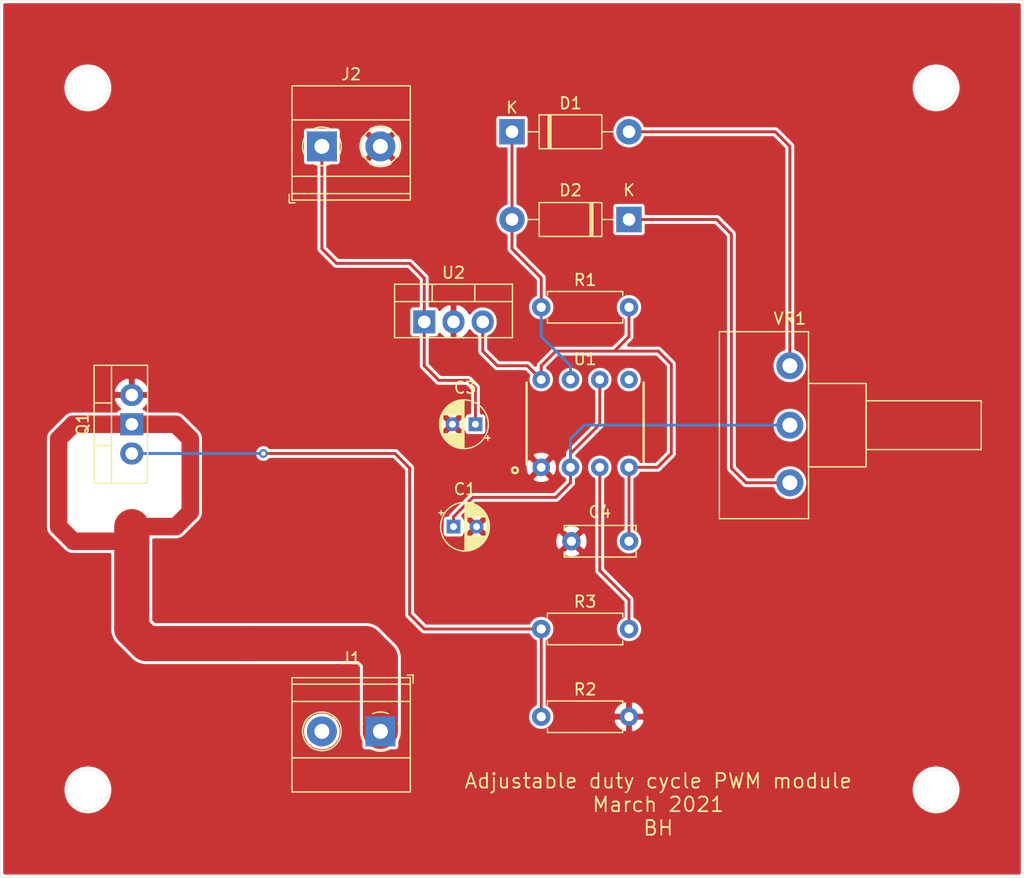
<source format=kicad_pcb>
(kicad_pcb (version 20171130) (host pcbnew 5.1.9-73d0e3b20d~88~ubuntu20.04.1)

  (general
    (thickness 1.6)
    (drawings 9)
    (tracks 84)
    (zones 0)
    (modules 14)
    (nets 13)
  )

  (page A4)
  (title_block
    (title "Variable duty cycle module")
    (date 2021-02-24)
    (comment 4 "Author: Me")
  )

  (layers
    (0 F.Cu signal hide)
    (31 B.Cu signal)
    (32 B.Adhes user)
    (33 F.Adhes user)
    (34 B.Paste user)
    (35 F.Paste user)
    (36 B.SilkS user)
    (37 F.SilkS user)
    (38 B.Mask user)
    (39 F.Mask user)
    (40 Dwgs.User user)
    (41 Cmts.User user)
    (42 Eco1.User user)
    (43 Eco2.User user)
    (44 Edge.Cuts user)
    (45 Margin user)
    (46 B.CrtYd user)
    (47 F.CrtYd user)
    (48 B.Fab user)
    (49 F.Fab user)
  )

  (setup
    (last_trace_width 0.254)
    (trace_clearance 0.254)
    (zone_clearance 0.508)
    (zone_45_only no)
    (trace_min 0.1524)
    (via_size 0.762)
    (via_drill 0.381)
    (via_min_size 0.6858)
    (via_min_drill 0.3)
    (uvia_size 0.762)
    (uvia_drill 0.381)
    (uvias_allowed no)
    (uvia_min_size 0.6858)
    (uvia_min_drill 0.1)
    (edge_width 0.05)
    (segment_width 0.2)
    (pcb_text_width 0.3)
    (pcb_text_size 1.5 1.5)
    (mod_edge_width 0.12)
    (mod_text_size 1 1)
    (mod_text_width 0.15)
    (pad_size 1.524 1.524)
    (pad_drill 0.762)
    (pad_to_mask_clearance 0)
    (aux_axis_origin 0 0)
    (visible_elements FFFFFF7F)
    (pcbplotparams
      (layerselection 0x010f0_ffffffff)
      (usegerberextensions true)
      (usegerberattributes true)
      (usegerberadvancedattributes true)
      (creategerberjobfile true)
      (excludeedgelayer true)
      (linewidth 0.100000)
      (plotframeref false)
      (viasonmask false)
      (mode 1)
      (useauxorigin false)
      (hpglpennumber 1)
      (hpglpenspeed 20)
      (hpglpendiameter 15.000000)
      (psnegative false)
      (psa4output false)
      (plotreference true)
      (plotvalue false)
      (plotinvisibletext false)
      (padsonsilk false)
      (subtractmaskfromsilk false)
      (outputformat 1)
      (mirror false)
      (drillshape 0)
      (scaleselection 1)
      (outputdirectory "gerbers/"))
  )

  (net 0 "")
  (net 1 "Net-(C1-Pad1)")
  (net 2 GND)
  (net 3 VCC)
  (net 4 /9VDC)
  (net 5 "Net-(D1-Pad2)")
  (net 6 "Net-(D1-Pad1)")
  (net 7 "Net-(D2-Pad1)")
  (net 8 "Net-(Q1-Pad2)")
  (net 9 "Net-(R3-Pad2)")
  (net 10 "Net-(U1-Pad5)")
  (net 11 "Net-(J1-Pad2)")
  (net 12 "Net-(J1-Pad1)")

  (net_class Default "This is the default net class."
    (clearance 0.254)
    (trace_width 0.254)
    (via_dia 0.762)
    (via_drill 0.381)
    (uvia_dia 0.762)
    (uvia_drill 0.381)
    (add_net /9VDC)
    (add_net GND)
    (add_net "Net-(C1-Pad1)")
    (add_net "Net-(D1-Pad1)")
    (add_net "Net-(D1-Pad2)")
    (add_net "Net-(D2-Pad1)")
    (add_net "Net-(J1-Pad1)")
    (add_net "Net-(J1-Pad2)")
    (add_net "Net-(Q1-Pad2)")
    (add_net "Net-(R3-Pad2)")
    (add_net "Net-(U1-Pad5)")
    (add_net VCC)
  )

  (module TerminalBlock_Phoenix:TerminalBlock_Phoenix_MKDS-1,5-2-5.08_1x02_P5.08mm_Horizontal (layer F.Cu) (tedit 5B294EBC) (tstamp 603C19E4)
    (at 139.7 115.57 180)
    (descr "Terminal Block Phoenix MKDS-1,5-2-5.08, 2 pins, pitch 5.08mm, size 10.2x9.8mm^2, drill diamater 1.3mm, pad diameter 2.6mm, see http://www.farnell.com/datasheets/100425.pdf, script-generated using https://github.com/pointhi/kicad-footprint-generator/scripts/TerminalBlock_Phoenix")
    (tags "THT Terminal Block Phoenix MKDS-1,5-2-5.08 pitch 5.08mm size 10.2x9.8mm^2 drill 1.3mm pad 2.6mm")
    (path /6040A448)
    (fp_text reference J1 (at 2.54 6.35) (layer F.SilkS)
      (effects (font (size 1 1) (thickness 0.15)))
    )
    (fp_text value Screw_Terminal_01x02 (at 2.54 -7.62) (layer F.Fab)
      (effects (font (size 1 1) (thickness 0.15)))
    )
    (fp_line (start 8.13 -5.71) (end -3.04 -5.71) (layer F.CrtYd) (width 0.05))
    (fp_line (start 8.13 5.1) (end 8.13 -5.71) (layer F.CrtYd) (width 0.05))
    (fp_line (start -3.04 5.1) (end 8.13 5.1) (layer F.CrtYd) (width 0.05))
    (fp_line (start -3.04 -5.71) (end -3.04 5.1) (layer F.CrtYd) (width 0.05))
    (fp_line (start -2.84 4.9) (end -2.34 4.9) (layer F.SilkS) (width 0.12))
    (fp_line (start -2.84 4.16) (end -2.84 4.9) (layer F.SilkS) (width 0.12))
    (fp_line (start 3.853 1.023) (end 3.806 1.069) (layer F.SilkS) (width 0.12))
    (fp_line (start 6.15 -1.275) (end 6.115 -1.239) (layer F.SilkS) (width 0.12))
    (fp_line (start 4.046 1.239) (end 4.011 1.274) (layer F.SilkS) (width 0.12))
    (fp_line (start 6.355 -1.069) (end 6.308 -1.023) (layer F.SilkS) (width 0.12))
    (fp_line (start 6.035 -1.138) (end 3.943 0.955) (layer F.Fab) (width 0.1))
    (fp_line (start 6.218 -0.955) (end 4.126 1.138) (layer F.Fab) (width 0.1))
    (fp_line (start 0.955 -1.138) (end -1.138 0.955) (layer F.Fab) (width 0.1))
    (fp_line (start 1.138 -0.955) (end -0.955 1.138) (layer F.Fab) (width 0.1))
    (fp_line (start 7.68 -5.261) (end 7.68 4.66) (layer F.SilkS) (width 0.12))
    (fp_line (start -2.6 -5.261) (end -2.6 4.66) (layer F.SilkS) (width 0.12))
    (fp_line (start -2.6 4.66) (end 7.68 4.66) (layer F.SilkS) (width 0.12))
    (fp_line (start -2.6 -5.261) (end 7.68 -5.261) (layer F.SilkS) (width 0.12))
    (fp_line (start -2.6 -2.301) (end 7.68 -2.301) (layer F.SilkS) (width 0.12))
    (fp_line (start -2.54 -2.3) (end 7.62 -2.3) (layer F.Fab) (width 0.1))
    (fp_line (start -2.6 2.6) (end 7.68 2.6) (layer F.SilkS) (width 0.12))
    (fp_line (start -2.54 2.6) (end 7.62 2.6) (layer F.Fab) (width 0.1))
    (fp_line (start -2.6 4.1) (end 7.68 4.1) (layer F.SilkS) (width 0.12))
    (fp_line (start -2.54 4.1) (end 7.62 4.1) (layer F.Fab) (width 0.1))
    (fp_line (start -2.54 4.1) (end -2.54 -5.2) (layer F.Fab) (width 0.1))
    (fp_line (start -2.04 4.6) (end -2.54 4.1) (layer F.Fab) (width 0.1))
    (fp_line (start 7.62 4.6) (end -2.04 4.6) (layer F.Fab) (width 0.1))
    (fp_line (start 7.62 -5.2) (end 7.62 4.6) (layer F.Fab) (width 0.1))
    (fp_line (start -2.54 -5.2) (end 7.62 -5.2) (layer F.Fab) (width 0.1))
    (fp_circle (center 5.08 0) (end 6.76 0) (layer F.SilkS) (width 0.12))
    (fp_circle (center 5.08 0) (end 6.58 0) (layer F.Fab) (width 0.1))
    (fp_circle (center 0 0) (end 1.5 0) (layer F.Fab) (width 0.1))
    (fp_text user %R (at 2.54 -3.81) (layer F.Fab)
      (effects (font (size 1 1) (thickness 0.15)))
    )
    (fp_arc (start 0 0) (end -0.684 1.535) (angle -25) (layer F.SilkS) (width 0.12))
    (fp_arc (start 0 0) (end -1.535 -0.684) (angle -48) (layer F.SilkS) (width 0.12))
    (fp_arc (start 0 0) (end 0.684 -1.535) (angle -48) (layer F.SilkS) (width 0.12))
    (fp_arc (start 0 0) (end 1.535 0.684) (angle -48) (layer F.SilkS) (width 0.12))
    (fp_arc (start 0 0) (end 0 1.68) (angle -24) (layer F.SilkS) (width 0.12))
    (pad 2 thru_hole circle (at 5.08 0 180) (size 2.6 2.6) (drill 1.3) (layers *.Cu *.Mask)
      (net 11 "Net-(J1-Pad2)"))
    (pad 1 thru_hole rect (at 0 0 180) (size 2.6 2.6) (drill 1.3) (layers *.Cu *.Mask)
      (net 12 "Net-(J1-Pad1)"))
    (model ${KISYS3DMOD}/TerminalBlock_Phoenix.3dshapes/TerminalBlock_Phoenix_MKDS-1,5-2-5.08_1x02_P5.08mm_Horizontal.wrl
      (at (xyz 0 0 0))
      (scale (xyz 1 1 1))
      (rotate (xyz 0 0 0))
    )
  )

  (module Potentiometer_THT:Potentiometer_Piher_T-16H_Single_Horizontal (layer F.Cu) (tedit 603D4F9E) (tstamp 603BCB89)
    (at 175.26 93.98)
    (descr "Potentiometer, horizontal, Piher T-16H Single, http://www.piher-nacesa.com/pdf/22-T16v03.pdf")
    (tags "Potentiometer horizontal Piher T-16H Single")
    (path /6037603E)
    (fp_text reference VR1 (at 0 -14.25) (layer F.SilkS)
      (effects (font (size 1 1) (thickness 0.15)))
    )
    (fp_text value 200k (at 0 4.25) (layer F.Fab)
      (effects (font (size 1 1) (thickness 0.15)))
    )
    (fp_line (start 16.75 -13.25) (end -6.25 -13.25) (layer F.CrtYd) (width 0.05))
    (fp_line (start 16.75 3.25) (end 16.75 -13.25) (layer F.CrtYd) (width 0.05))
    (fp_line (start -6.25 3.25) (end 16.75 3.25) (layer F.CrtYd) (width 0.05))
    (fp_line (start -6.25 -13.25) (end -6.25 3.25) (layer F.CrtYd) (width 0.05))
    (fp_line (start 16.62 -7.12) (end 16.62 -2.88) (layer F.SilkS) (width 0.12))
    (fp_line (start 6.62 -7.12) (end 6.62 -2.88) (layer F.SilkS) (width 0.12))
    (fp_line (start 6.62 -2.88) (end 16.62 -2.88) (layer F.SilkS) (width 0.12))
    (fp_line (start 6.62 -7.12) (end 16.62 -7.12) (layer F.SilkS) (width 0.12))
    (fp_line (start 6.62 -8.62) (end 6.62 -1.38) (layer F.SilkS) (width 0.12))
    (fp_line (start 1.62 -8.62) (end 1.62 -1.38) (layer F.SilkS) (width 0.12))
    (fp_line (start 1.62 -1.38) (end 6.62 -1.38) (layer F.SilkS) (width 0.12))
    (fp_line (start 1.62 -8.62) (end 6.62 -8.62) (layer F.SilkS) (width 0.12))
    (fp_line (start 1.62 -13.12) (end 1.62 3.12) (layer F.SilkS) (width 0.12))
    (fp_line (start -6.12 -13.12) (end -6.12 3.12) (layer F.SilkS) (width 0.12))
    (fp_line (start -6.12 3.12) (end 1.62 3.12) (layer F.SilkS) (width 0.12))
    (fp_line (start -6.12 -13.12) (end 1.62 -13.12) (layer F.SilkS) (width 0.12))
    (fp_line (start 16.5 -7) (end 6.5 -7) (layer F.Fab) (width 0.1))
    (fp_line (start 16.5 -3) (end 16.5 -7) (layer F.Fab) (width 0.1))
    (fp_line (start 6.5 -3) (end 16.5 -3) (layer F.Fab) (width 0.1))
    (fp_line (start 6.5 -7) (end 6.5 -3) (layer F.Fab) (width 0.1))
    (fp_line (start 6.5 -8.5) (end 1.5 -8.5) (layer F.Fab) (width 0.1))
    (fp_line (start 6.5 -1.5) (end 6.5 -8.5) (layer F.Fab) (width 0.1))
    (fp_line (start 1.5 -1.5) (end 6.5 -1.5) (layer F.Fab) (width 0.1))
    (fp_line (start 1.5 -8.5) (end 1.5 -1.5) (layer F.Fab) (width 0.1))
    (fp_line (start 1.5 -13) (end -6 -13) (layer F.Fab) (width 0.1))
    (fp_line (start 1.5 3) (end 1.5 -13) (layer F.Fab) (width 0.1))
    (fp_line (start -6 3) (end 1.5 3) (layer F.Fab) (width 0.1))
    (fp_line (start -6 -13) (end -6 3) (layer F.Fab) (width 0.1))
    (fp_text user %R (at -3.81 -5) (layer F.Fab)
      (effects (font (size 1 1) (thickness 0.15)))
    )
    (pad 3 thru_hole circle (at 0 0) (size 2.34 2.34) (drill 1.3) (layers *.Cu *.Mask)
      (net 7 "Net-(D2-Pad1)"))
    (pad 2 thru_hole circle (at 0 -5) (size 2.34 2.34) (drill 1.3) (layers *.Cu *.Mask)
      (net 1 "Net-(C1-Pad1)"))
    (pad 1 thru_hole circle (at 0 -10.16) (size 2.34 2.34) (drill 1.3) (layers *.Cu *.Mask)
      (net 5 "Net-(D1-Pad2)"))
    (model ${KISYS3DMOD}/Potentiometer_THT.3dshapes/Potentiometer_Piher_T-16H_Single_Horizontal.wrl
      (at (xyz 0 0 0))
      (scale (xyz 1 1 1))
      (rotate (xyz 0 0 0))
    )
  )

  (module Package_TO_SOT_THT:TO-220-3_Vertical (layer F.Cu) (tedit 603D4614) (tstamp 603BCAF2)
    (at 118.11 91.44 90)
    (descr "TO-220-3, Vertical, RM 2.54mm, see https://www.vishay.com/docs/66542/to-220-1.pdf")
    (tags "TO-220-3 Vertical RM 2.54mm")
    (path /60398872)
    (fp_text reference Q1 (at 2.54 -4.27 90) (layer F.SilkS)
      (effects (font (size 1 1) (thickness 0.15)))
    )
    (fp_text value IRFZ44N (at 2.54 2.5 90) (layer F.Fab)
      (effects (font (size 1 1) (thickness 0.15)))
    )
    (fp_line (start -2.46 -3.15) (end -2.46 1.25) (layer F.Fab) (width 0.1))
    (fp_line (start -2.46 1.25) (end 7.54 1.25) (layer F.Fab) (width 0.1))
    (fp_line (start 7.54 1.25) (end 7.54 -3.15) (layer F.Fab) (width 0.1))
    (fp_line (start 7.54 -3.15) (end -2.46 -3.15) (layer F.Fab) (width 0.1))
    (fp_line (start -2.46 -1.88) (end 7.54 -1.88) (layer F.Fab) (width 0.1))
    (fp_line (start 0.69 -3.15) (end 0.69 -1.88) (layer F.Fab) (width 0.1))
    (fp_line (start 4.39 -3.15) (end 4.39 -1.88) (layer F.Fab) (width 0.1))
    (fp_line (start -2.58 -3.27) (end 7.66 -3.27) (layer F.SilkS) (width 0.12))
    (fp_line (start -2.58 1.371) (end 7.66 1.371) (layer F.SilkS) (width 0.12))
    (fp_line (start -2.58 -3.27) (end -2.58 1.371) (layer F.SilkS) (width 0.12))
    (fp_line (start 7.66 -3.27) (end 7.66 1.371) (layer F.SilkS) (width 0.12))
    (fp_line (start -2.58 -1.76) (end 7.66 -1.76) (layer F.SilkS) (width 0.12))
    (fp_line (start 0.69 -3.27) (end 0.69 -1.76) (layer F.SilkS) (width 0.12))
    (fp_line (start 4.391 -3.27) (end 4.391 -1.76) (layer F.SilkS) (width 0.12))
    (fp_line (start -2.71 -3.4) (end -2.71 1.51) (layer F.CrtYd) (width 0.05))
    (fp_line (start -2.71 1.51) (end 7.79 1.51) (layer F.CrtYd) (width 0.05))
    (fp_line (start 7.79 1.51) (end 7.79 -3.4) (layer F.CrtYd) (width 0.05))
    (fp_line (start 7.79 -3.4) (end -2.71 -3.4) (layer F.CrtYd) (width 0.05))
    (fp_text user %R (at 2.54 -4.27 90) (layer F.Fab)
      (effects (font (size 1 1) (thickness 0.15)))
    )
    (pad 3 thru_hole oval (at 5.08 0 90) (size 1.905 2) (drill 1.1) (layers *.Cu *.Mask)
      (net 2 GND))
    (pad 2 thru_hole oval (at 0 0 90) (size 1.905 2) (drill 1.1) (layers *.Cu *.Mask)
      (net 8 "Net-(Q1-Pad2)"))
    (pad 1 thru_hole rect (at 2.54 0 90) (size 1.905 2) (drill 1.1) (layers *.Cu *.Mask)
      (net 12 "Net-(J1-Pad1)"))
    (model ${KISYS3DMOD}/Package_TO_SOT_THT.3dshapes/TO-220-3_Vertical.wrl
      (at (xyz 0 0 0))
      (scale (xyz 1 1 1))
      (rotate (xyz 0 0 0))
    )
  )

  (module variable_duty_cycle_module:NE555P-DIP (layer F.Cu) (tedit 603A75F0) (tstamp 603BCB4B)
    (at 157.48 88.832)
    (path /603969F6)
    (fp_text reference U1 (at 0 -5.588) (layer F.SilkS)
      (effects (font (size 1 1) (thickness 0.15)))
    )
    (fp_text value NE555P (at 0 5.842) (layer F.Fab)
      (effects (font (size 1 1) (thickness 0.15)))
    )
    (fp_circle (center -6.096 4.064) (end -5.842 4.064) (layer F.SilkS) (width 0.2032))
    (fp_line (start 5.08 3.556) (end 5.08 -3.556) (layer F.SilkS) (width 0.2032))
    (fp_line (start -5.08 3.556) (end -5.08 -3.556) (layer F.SilkS) (width 0.2032))
    (fp_line (start 5.08 -3.556) (end -5.08 -3.556) (layer F.Fab) (width 0.127))
    (fp_line (start 5.08 3.556) (end -5.08 3.556) (layer F.Fab) (width 0.127))
    (fp_line (start -5.08 3.556) (end -5.08 -3.556) (layer F.Fab) (width 0.127))
    (fp_line (start 5.08 3.556) (end 5.08 -3.556) (layer F.Fab) (width 0.127))
    (fp_arc (start -5.08 0) (end -5.08 -1.27) (angle 180) (layer F.Fab) (width 0.127))
    (pad 8 thru_hole circle (at -3.81 -3.81) (size 1.524 1.524) (drill 0.762) (layers *.Cu *.Mask)
      (net 4 /9VDC))
    (pad 7 thru_hole circle (at -1.27 -3.81) (size 1.524 1.524) (drill 0.762) (layers *.Cu *.Mask)
      (net 6 "Net-(D1-Pad1)"))
    (pad 6 thru_hole circle (at 1.27 -3.81) (size 1.524 1.524) (drill 0.762) (layers *.Cu *.Mask)
      (net 1 "Net-(C1-Pad1)"))
    (pad 5 thru_hole circle (at 3.81 -3.81) (size 1.524 1.524) (drill 0.762) (layers *.Cu *.Mask)
      (net 10 "Net-(U1-Pad5)"))
    (pad 4 thru_hole circle (at 3.81 3.81) (size 1.524 1.524) (drill 0.762) (layers *.Cu *.Mask)
      (net 4 /9VDC))
    (pad 3 thru_hole circle (at 1.27 3.81) (size 1.524 1.524) (drill 0.762) (layers *.Cu *.Mask)
      (net 9 "Net-(R3-Pad2)"))
    (pad 2 thru_hole circle (at -1.27 3.81) (size 1.524 1.524) (drill 0.762) (layers *.Cu *.Mask)
      (net 1 "Net-(C1-Pad1)"))
    (pad 1 thru_hole circle (at -3.81 3.81) (size 1.524 1.524) (drill 0.762) (layers *.Cu *.Mask)
      (net 2 GND))
  )

  (module TerminalBlock_Phoenix:TerminalBlock_Phoenix_MKDS-1,5-2-5.08_1x02_P5.08mm_Horizontal (layer F.Cu) (tedit 5B294EBC) (tstamp 603C1A10)
    (at 134.62 64.77)
    (descr "Terminal Block Phoenix MKDS-1,5-2-5.08, 2 pins, pitch 5.08mm, size 10.2x9.8mm^2, drill diamater 1.3mm, pad diameter 2.6mm, see http://www.farnell.com/datasheets/100425.pdf, script-generated using https://github.com/pointhi/kicad-footprint-generator/scripts/TerminalBlock_Phoenix")
    (tags "THT Terminal Block Phoenix MKDS-1,5-2-5.08 pitch 5.08mm size 10.2x9.8mm^2 drill 1.3mm pad 2.6mm")
    (path /604079E4)
    (fp_text reference J2 (at 2.54 -6.26) (layer F.SilkS)
      (effects (font (size 1 1) (thickness 0.15)))
    )
    (fp_text value Screw_Terminal_01x02 (at 2.54 5.66) (layer F.Fab)
      (effects (font (size 1 1) (thickness 0.15)))
    )
    (fp_line (start 8.13 -5.71) (end -3.04 -5.71) (layer F.CrtYd) (width 0.05))
    (fp_line (start 8.13 5.1) (end 8.13 -5.71) (layer F.CrtYd) (width 0.05))
    (fp_line (start -3.04 5.1) (end 8.13 5.1) (layer F.CrtYd) (width 0.05))
    (fp_line (start -3.04 -5.71) (end -3.04 5.1) (layer F.CrtYd) (width 0.05))
    (fp_line (start -2.84 4.9) (end -2.34 4.9) (layer F.SilkS) (width 0.12))
    (fp_line (start -2.84 4.16) (end -2.84 4.9) (layer F.SilkS) (width 0.12))
    (fp_line (start 3.853 1.023) (end 3.806 1.069) (layer F.SilkS) (width 0.12))
    (fp_line (start 6.15 -1.275) (end 6.115 -1.239) (layer F.SilkS) (width 0.12))
    (fp_line (start 4.046 1.239) (end 4.011 1.274) (layer F.SilkS) (width 0.12))
    (fp_line (start 6.355 -1.069) (end 6.308 -1.023) (layer F.SilkS) (width 0.12))
    (fp_line (start 6.035 -1.138) (end 3.943 0.955) (layer F.Fab) (width 0.1))
    (fp_line (start 6.218 -0.955) (end 4.126 1.138) (layer F.Fab) (width 0.1))
    (fp_line (start 0.955 -1.138) (end -1.138 0.955) (layer F.Fab) (width 0.1))
    (fp_line (start 1.138 -0.955) (end -0.955 1.138) (layer F.Fab) (width 0.1))
    (fp_line (start 7.68 -5.261) (end 7.68 4.66) (layer F.SilkS) (width 0.12))
    (fp_line (start -2.6 -5.261) (end -2.6 4.66) (layer F.SilkS) (width 0.12))
    (fp_line (start -2.6 4.66) (end 7.68 4.66) (layer F.SilkS) (width 0.12))
    (fp_line (start -2.6 -5.261) (end 7.68 -5.261) (layer F.SilkS) (width 0.12))
    (fp_line (start -2.6 -2.301) (end 7.68 -2.301) (layer F.SilkS) (width 0.12))
    (fp_line (start -2.54 -2.3) (end 7.62 -2.3) (layer F.Fab) (width 0.1))
    (fp_line (start -2.6 2.6) (end 7.68 2.6) (layer F.SilkS) (width 0.12))
    (fp_line (start -2.54 2.6) (end 7.62 2.6) (layer F.Fab) (width 0.1))
    (fp_line (start -2.6 4.1) (end 7.68 4.1) (layer F.SilkS) (width 0.12))
    (fp_line (start -2.54 4.1) (end 7.62 4.1) (layer F.Fab) (width 0.1))
    (fp_line (start -2.54 4.1) (end -2.54 -5.2) (layer F.Fab) (width 0.1))
    (fp_line (start -2.04 4.6) (end -2.54 4.1) (layer F.Fab) (width 0.1))
    (fp_line (start 7.62 4.6) (end -2.04 4.6) (layer F.Fab) (width 0.1))
    (fp_line (start 7.62 -5.2) (end 7.62 4.6) (layer F.Fab) (width 0.1))
    (fp_line (start -2.54 -5.2) (end 7.62 -5.2) (layer F.Fab) (width 0.1))
    (fp_circle (center 5.08 0) (end 6.76 0) (layer F.SilkS) (width 0.12))
    (fp_circle (center 5.08 0) (end 6.58 0) (layer F.Fab) (width 0.1))
    (fp_circle (center 0 0) (end 1.5 0) (layer F.Fab) (width 0.1))
    (fp_text user %R (at 2.54 3.2) (layer F.Fab)
      (effects (font (size 1 1) (thickness 0.15)))
    )
    (fp_arc (start 0 0) (end -0.684 1.535) (angle -25) (layer F.SilkS) (width 0.12))
    (fp_arc (start 0 0) (end -1.535 -0.684) (angle -48) (layer F.SilkS) (width 0.12))
    (fp_arc (start 0 0) (end 0.684 -1.535) (angle -48) (layer F.SilkS) (width 0.12))
    (fp_arc (start 0 0) (end 1.535 0.684) (angle -48) (layer F.SilkS) (width 0.12))
    (fp_arc (start 0 0) (end 0 1.68) (angle -24) (layer F.SilkS) (width 0.12))
    (pad 2 thru_hole circle (at 5.08 0) (size 2.6 2.6) (drill 1.3) (layers *.Cu *.Mask)
      (net 2 GND))
    (pad 1 thru_hole rect (at 0 0) (size 2.6 2.6) (drill 1.3) (layers *.Cu *.Mask)
      (net 3 VCC))
    (model ${KISYS3DMOD}/TerminalBlock_Phoenix.3dshapes/TerminalBlock_Phoenix_MKDS-1,5-2-5.08_1x02_P5.08mm_Horizontal.wrl
      (at (xyz 0 0 0))
      (scale (xyz 1 1 1))
      (rotate (xyz 0 0 0))
    )
  )

  (module Capacitor_THT:CP_Radial_D4.0mm_P2.00mm (layer F.Cu) (tedit 5AE50EF0) (tstamp 603BCA19)
    (at 146.05 97.79)
    (descr "CP, Radial series, Radial, pin pitch=2.00mm, , diameter=4mm, Electrolytic Capacitor")
    (tags "CP Radial series Radial pin pitch 2.00mm  diameter 4mm Electrolytic Capacitor")
    (path /60371FFE)
    (fp_text reference C1 (at 1 -3.25) (layer F.SilkS)
      (effects (font (size 1 1) (thickness 0.15)))
    )
    (fp_text value 0.22uF (at 1 3.25) (layer F.Fab)
      (effects (font (size 1 1) (thickness 0.15)))
    )
    (fp_line (start -1.069801 -1.395) (end -1.069801 -0.995) (layer F.SilkS) (width 0.12))
    (fp_line (start -1.269801 -1.195) (end -0.869801 -1.195) (layer F.SilkS) (width 0.12))
    (fp_line (start 3.081 -0.37) (end 3.081 0.37) (layer F.SilkS) (width 0.12))
    (fp_line (start 3.041 -0.537) (end 3.041 0.537) (layer F.SilkS) (width 0.12))
    (fp_line (start 3.001 -0.664) (end 3.001 0.664) (layer F.SilkS) (width 0.12))
    (fp_line (start 2.961 -0.768) (end 2.961 0.768) (layer F.SilkS) (width 0.12))
    (fp_line (start 2.921 -0.859) (end 2.921 0.859) (layer F.SilkS) (width 0.12))
    (fp_line (start 2.881 -0.94) (end 2.881 0.94) (layer F.SilkS) (width 0.12))
    (fp_line (start 2.841 -1.013) (end 2.841 1.013) (layer F.SilkS) (width 0.12))
    (fp_line (start 2.801 0.84) (end 2.801 1.08) (layer F.SilkS) (width 0.12))
    (fp_line (start 2.801 -1.08) (end 2.801 -0.84) (layer F.SilkS) (width 0.12))
    (fp_line (start 2.761 0.84) (end 2.761 1.142) (layer F.SilkS) (width 0.12))
    (fp_line (start 2.761 -1.142) (end 2.761 -0.84) (layer F.SilkS) (width 0.12))
    (fp_line (start 2.721 0.84) (end 2.721 1.2) (layer F.SilkS) (width 0.12))
    (fp_line (start 2.721 -1.2) (end 2.721 -0.84) (layer F.SilkS) (width 0.12))
    (fp_line (start 2.681 0.84) (end 2.681 1.254) (layer F.SilkS) (width 0.12))
    (fp_line (start 2.681 -1.254) (end 2.681 -0.84) (layer F.SilkS) (width 0.12))
    (fp_line (start 2.641 0.84) (end 2.641 1.304) (layer F.SilkS) (width 0.12))
    (fp_line (start 2.641 -1.304) (end 2.641 -0.84) (layer F.SilkS) (width 0.12))
    (fp_line (start 2.601 0.84) (end 2.601 1.351) (layer F.SilkS) (width 0.12))
    (fp_line (start 2.601 -1.351) (end 2.601 -0.84) (layer F.SilkS) (width 0.12))
    (fp_line (start 2.561 0.84) (end 2.561 1.396) (layer F.SilkS) (width 0.12))
    (fp_line (start 2.561 -1.396) (end 2.561 -0.84) (layer F.SilkS) (width 0.12))
    (fp_line (start 2.521 0.84) (end 2.521 1.438) (layer F.SilkS) (width 0.12))
    (fp_line (start 2.521 -1.438) (end 2.521 -0.84) (layer F.SilkS) (width 0.12))
    (fp_line (start 2.481 0.84) (end 2.481 1.478) (layer F.SilkS) (width 0.12))
    (fp_line (start 2.481 -1.478) (end 2.481 -0.84) (layer F.SilkS) (width 0.12))
    (fp_line (start 2.441 0.84) (end 2.441 1.516) (layer F.SilkS) (width 0.12))
    (fp_line (start 2.441 -1.516) (end 2.441 -0.84) (layer F.SilkS) (width 0.12))
    (fp_line (start 2.401 0.84) (end 2.401 1.552) (layer F.SilkS) (width 0.12))
    (fp_line (start 2.401 -1.552) (end 2.401 -0.84) (layer F.SilkS) (width 0.12))
    (fp_line (start 2.361 0.84) (end 2.361 1.587) (layer F.SilkS) (width 0.12))
    (fp_line (start 2.361 -1.587) (end 2.361 -0.84) (layer F.SilkS) (width 0.12))
    (fp_line (start 2.321 0.84) (end 2.321 1.619) (layer F.SilkS) (width 0.12))
    (fp_line (start 2.321 -1.619) (end 2.321 -0.84) (layer F.SilkS) (width 0.12))
    (fp_line (start 2.281 0.84) (end 2.281 1.65) (layer F.SilkS) (width 0.12))
    (fp_line (start 2.281 -1.65) (end 2.281 -0.84) (layer F.SilkS) (width 0.12))
    (fp_line (start 2.241 0.84) (end 2.241 1.68) (layer F.SilkS) (width 0.12))
    (fp_line (start 2.241 -1.68) (end 2.241 -0.84) (layer F.SilkS) (width 0.12))
    (fp_line (start 2.201 0.84) (end 2.201 1.708) (layer F.SilkS) (width 0.12))
    (fp_line (start 2.201 -1.708) (end 2.201 -0.84) (layer F.SilkS) (width 0.12))
    (fp_line (start 2.161 0.84) (end 2.161 1.735) (layer F.SilkS) (width 0.12))
    (fp_line (start 2.161 -1.735) (end 2.161 -0.84) (layer F.SilkS) (width 0.12))
    (fp_line (start 2.121 0.84) (end 2.121 1.76) (layer F.SilkS) (width 0.12))
    (fp_line (start 2.121 -1.76) (end 2.121 -0.84) (layer F.SilkS) (width 0.12))
    (fp_line (start 2.081 0.84) (end 2.081 1.785) (layer F.SilkS) (width 0.12))
    (fp_line (start 2.081 -1.785) (end 2.081 -0.84) (layer F.SilkS) (width 0.12))
    (fp_line (start 2.041 0.84) (end 2.041 1.808) (layer F.SilkS) (width 0.12))
    (fp_line (start 2.041 -1.808) (end 2.041 -0.84) (layer F.SilkS) (width 0.12))
    (fp_line (start 2.001 0.84) (end 2.001 1.83) (layer F.SilkS) (width 0.12))
    (fp_line (start 2.001 -1.83) (end 2.001 -0.84) (layer F.SilkS) (width 0.12))
    (fp_line (start 1.961 0.84) (end 1.961 1.851) (layer F.SilkS) (width 0.12))
    (fp_line (start 1.961 -1.851) (end 1.961 -0.84) (layer F.SilkS) (width 0.12))
    (fp_line (start 1.921 0.84) (end 1.921 1.87) (layer F.SilkS) (width 0.12))
    (fp_line (start 1.921 -1.87) (end 1.921 -0.84) (layer F.SilkS) (width 0.12))
    (fp_line (start 1.881 0.84) (end 1.881 1.889) (layer F.SilkS) (width 0.12))
    (fp_line (start 1.881 -1.889) (end 1.881 -0.84) (layer F.SilkS) (width 0.12))
    (fp_line (start 1.841 0.84) (end 1.841 1.907) (layer F.SilkS) (width 0.12))
    (fp_line (start 1.841 -1.907) (end 1.841 -0.84) (layer F.SilkS) (width 0.12))
    (fp_line (start 1.801 0.84) (end 1.801 1.924) (layer F.SilkS) (width 0.12))
    (fp_line (start 1.801 -1.924) (end 1.801 -0.84) (layer F.SilkS) (width 0.12))
    (fp_line (start 1.761 0.84) (end 1.761 1.94) (layer F.SilkS) (width 0.12))
    (fp_line (start 1.761 -1.94) (end 1.761 -0.84) (layer F.SilkS) (width 0.12))
    (fp_line (start 1.721 0.84) (end 1.721 1.954) (layer F.SilkS) (width 0.12))
    (fp_line (start 1.721 -1.954) (end 1.721 -0.84) (layer F.SilkS) (width 0.12))
    (fp_line (start 1.68 0.84) (end 1.68 1.968) (layer F.SilkS) (width 0.12))
    (fp_line (start 1.68 -1.968) (end 1.68 -0.84) (layer F.SilkS) (width 0.12))
    (fp_line (start 1.64 0.84) (end 1.64 1.982) (layer F.SilkS) (width 0.12))
    (fp_line (start 1.64 -1.982) (end 1.64 -0.84) (layer F.SilkS) (width 0.12))
    (fp_line (start 1.6 0.84) (end 1.6 1.994) (layer F.SilkS) (width 0.12))
    (fp_line (start 1.6 -1.994) (end 1.6 -0.84) (layer F.SilkS) (width 0.12))
    (fp_line (start 1.56 0.84) (end 1.56 2.005) (layer F.SilkS) (width 0.12))
    (fp_line (start 1.56 -2.005) (end 1.56 -0.84) (layer F.SilkS) (width 0.12))
    (fp_line (start 1.52 0.84) (end 1.52 2.016) (layer F.SilkS) (width 0.12))
    (fp_line (start 1.52 -2.016) (end 1.52 -0.84) (layer F.SilkS) (width 0.12))
    (fp_line (start 1.48 0.84) (end 1.48 2.025) (layer F.SilkS) (width 0.12))
    (fp_line (start 1.48 -2.025) (end 1.48 -0.84) (layer F.SilkS) (width 0.12))
    (fp_line (start 1.44 0.84) (end 1.44 2.034) (layer F.SilkS) (width 0.12))
    (fp_line (start 1.44 -2.034) (end 1.44 -0.84) (layer F.SilkS) (width 0.12))
    (fp_line (start 1.4 0.84) (end 1.4 2.042) (layer F.SilkS) (width 0.12))
    (fp_line (start 1.4 -2.042) (end 1.4 -0.84) (layer F.SilkS) (width 0.12))
    (fp_line (start 1.36 0.84) (end 1.36 2.05) (layer F.SilkS) (width 0.12))
    (fp_line (start 1.36 -2.05) (end 1.36 -0.84) (layer F.SilkS) (width 0.12))
    (fp_line (start 1.32 0.84) (end 1.32 2.056) (layer F.SilkS) (width 0.12))
    (fp_line (start 1.32 -2.056) (end 1.32 -0.84) (layer F.SilkS) (width 0.12))
    (fp_line (start 1.28 0.84) (end 1.28 2.062) (layer F.SilkS) (width 0.12))
    (fp_line (start 1.28 -2.062) (end 1.28 -0.84) (layer F.SilkS) (width 0.12))
    (fp_line (start 1.24 0.84) (end 1.24 2.067) (layer F.SilkS) (width 0.12))
    (fp_line (start 1.24 -2.067) (end 1.24 -0.84) (layer F.SilkS) (width 0.12))
    (fp_line (start 1.2 0.84) (end 1.2 2.071) (layer F.SilkS) (width 0.12))
    (fp_line (start 1.2 -2.071) (end 1.2 -0.84) (layer F.SilkS) (width 0.12))
    (fp_line (start 1.16 -2.074) (end 1.16 2.074) (layer F.SilkS) (width 0.12))
    (fp_line (start 1.12 -2.077) (end 1.12 2.077) (layer F.SilkS) (width 0.12))
    (fp_line (start 1.08 -2.079) (end 1.08 2.079) (layer F.SilkS) (width 0.12))
    (fp_line (start 1.04 -2.08) (end 1.04 2.08) (layer F.SilkS) (width 0.12))
    (fp_line (start 1 -2.08) (end 1 2.08) (layer F.SilkS) (width 0.12))
    (fp_line (start -0.502554 -1.0675) (end -0.502554 -0.6675) (layer F.Fab) (width 0.1))
    (fp_line (start -0.702554 -0.8675) (end -0.302554 -0.8675) (layer F.Fab) (width 0.1))
    (fp_circle (center 1 0) (end 3.25 0) (layer F.CrtYd) (width 0.05))
    (fp_circle (center 1 0) (end 3.12 0) (layer F.SilkS) (width 0.12))
    (fp_circle (center 1 0) (end 3 0) (layer F.Fab) (width 0.1))
    (fp_text user %R (at 1 0) (layer F.Fab)
      (effects (font (size 0.8 0.8) (thickness 0.12)))
    )
    (pad 1 thru_hole rect (at 0 0) (size 1.2 1.2) (drill 0.6) (layers *.Cu *.Mask)
      (net 1 "Net-(C1-Pad1)"))
    (pad 2 thru_hole circle (at 2 0) (size 1.2 1.2) (drill 0.6) (layers *.Cu *.Mask)
      (net 2 GND))
    (model ${KISYS3DMOD}/Capacitor_THT.3dshapes/CP_Radial_D4.0mm_P2.00mm.wrl
      (at (xyz 0 0 0))
      (scale (xyz 1 1 1))
      (rotate (xyz 0 0 0))
    )
  )

  (module Capacitor_THT:CP_Radial_D4.0mm_P2.00mm (layer F.Cu) (tedit 5AE50EF0) (tstamp 603BCA85)
    (at 147.955 88.9 180)
    (descr "CP, Radial series, Radial, pin pitch=2.00mm, , diameter=4mm, Electrolytic Capacitor")
    (tags "CP Radial series Radial pin pitch 2.00mm  diameter 4mm Electrolytic Capacitor")
    (path /6038868C)
    (fp_text reference C3 (at 0.889 3.175) (layer F.SilkS)
      (effects (font (size 1 1) (thickness 0.15)))
    )
    (fp_text value 0.47uF (at 1 -3.175) (layer F.Fab)
      (effects (font (size 1 1) (thickness 0.15)))
    )
    (fp_circle (center 1 0) (end 3 0) (layer F.Fab) (width 0.1))
    (fp_circle (center 1 0) (end 3.12 0) (layer F.SilkS) (width 0.12))
    (fp_circle (center 1 0) (end 3.25 0) (layer F.CrtYd) (width 0.05))
    (fp_line (start -0.702554 -0.8675) (end -0.302554 -0.8675) (layer F.Fab) (width 0.1))
    (fp_line (start -0.502554 -1.0675) (end -0.502554 -0.6675) (layer F.Fab) (width 0.1))
    (fp_line (start 1 -2.08) (end 1 2.08) (layer F.SilkS) (width 0.12))
    (fp_line (start 1.04 -2.08) (end 1.04 2.08) (layer F.SilkS) (width 0.12))
    (fp_line (start 1.08 -2.079) (end 1.08 2.079) (layer F.SilkS) (width 0.12))
    (fp_line (start 1.12 -2.077) (end 1.12 2.077) (layer F.SilkS) (width 0.12))
    (fp_line (start 1.16 -2.074) (end 1.16 2.074) (layer F.SilkS) (width 0.12))
    (fp_line (start 1.2 -2.071) (end 1.2 -0.84) (layer F.SilkS) (width 0.12))
    (fp_line (start 1.2 0.84) (end 1.2 2.071) (layer F.SilkS) (width 0.12))
    (fp_line (start 1.24 -2.067) (end 1.24 -0.84) (layer F.SilkS) (width 0.12))
    (fp_line (start 1.24 0.84) (end 1.24 2.067) (layer F.SilkS) (width 0.12))
    (fp_line (start 1.28 -2.062) (end 1.28 -0.84) (layer F.SilkS) (width 0.12))
    (fp_line (start 1.28 0.84) (end 1.28 2.062) (layer F.SilkS) (width 0.12))
    (fp_line (start 1.32 -2.056) (end 1.32 -0.84) (layer F.SilkS) (width 0.12))
    (fp_line (start 1.32 0.84) (end 1.32 2.056) (layer F.SilkS) (width 0.12))
    (fp_line (start 1.36 -2.05) (end 1.36 -0.84) (layer F.SilkS) (width 0.12))
    (fp_line (start 1.36 0.84) (end 1.36 2.05) (layer F.SilkS) (width 0.12))
    (fp_line (start 1.4 -2.042) (end 1.4 -0.84) (layer F.SilkS) (width 0.12))
    (fp_line (start 1.4 0.84) (end 1.4 2.042) (layer F.SilkS) (width 0.12))
    (fp_line (start 1.44 -2.034) (end 1.44 -0.84) (layer F.SilkS) (width 0.12))
    (fp_line (start 1.44 0.84) (end 1.44 2.034) (layer F.SilkS) (width 0.12))
    (fp_line (start 1.48 -2.025) (end 1.48 -0.84) (layer F.SilkS) (width 0.12))
    (fp_line (start 1.48 0.84) (end 1.48 2.025) (layer F.SilkS) (width 0.12))
    (fp_line (start 1.52 -2.016) (end 1.52 -0.84) (layer F.SilkS) (width 0.12))
    (fp_line (start 1.52 0.84) (end 1.52 2.016) (layer F.SilkS) (width 0.12))
    (fp_line (start 1.56 -2.005) (end 1.56 -0.84) (layer F.SilkS) (width 0.12))
    (fp_line (start 1.56 0.84) (end 1.56 2.005) (layer F.SilkS) (width 0.12))
    (fp_line (start 1.6 -1.994) (end 1.6 -0.84) (layer F.SilkS) (width 0.12))
    (fp_line (start 1.6 0.84) (end 1.6 1.994) (layer F.SilkS) (width 0.12))
    (fp_line (start 1.64 -1.982) (end 1.64 -0.84) (layer F.SilkS) (width 0.12))
    (fp_line (start 1.64 0.84) (end 1.64 1.982) (layer F.SilkS) (width 0.12))
    (fp_line (start 1.68 -1.968) (end 1.68 -0.84) (layer F.SilkS) (width 0.12))
    (fp_line (start 1.68 0.84) (end 1.68 1.968) (layer F.SilkS) (width 0.12))
    (fp_line (start 1.721 -1.954) (end 1.721 -0.84) (layer F.SilkS) (width 0.12))
    (fp_line (start 1.721 0.84) (end 1.721 1.954) (layer F.SilkS) (width 0.12))
    (fp_line (start 1.761 -1.94) (end 1.761 -0.84) (layer F.SilkS) (width 0.12))
    (fp_line (start 1.761 0.84) (end 1.761 1.94) (layer F.SilkS) (width 0.12))
    (fp_line (start 1.801 -1.924) (end 1.801 -0.84) (layer F.SilkS) (width 0.12))
    (fp_line (start 1.801 0.84) (end 1.801 1.924) (layer F.SilkS) (width 0.12))
    (fp_line (start 1.841 -1.907) (end 1.841 -0.84) (layer F.SilkS) (width 0.12))
    (fp_line (start 1.841 0.84) (end 1.841 1.907) (layer F.SilkS) (width 0.12))
    (fp_line (start 1.881 -1.889) (end 1.881 -0.84) (layer F.SilkS) (width 0.12))
    (fp_line (start 1.881 0.84) (end 1.881 1.889) (layer F.SilkS) (width 0.12))
    (fp_line (start 1.921 -1.87) (end 1.921 -0.84) (layer F.SilkS) (width 0.12))
    (fp_line (start 1.921 0.84) (end 1.921 1.87) (layer F.SilkS) (width 0.12))
    (fp_line (start 1.961 -1.851) (end 1.961 -0.84) (layer F.SilkS) (width 0.12))
    (fp_line (start 1.961 0.84) (end 1.961 1.851) (layer F.SilkS) (width 0.12))
    (fp_line (start 2.001 -1.83) (end 2.001 -0.84) (layer F.SilkS) (width 0.12))
    (fp_line (start 2.001 0.84) (end 2.001 1.83) (layer F.SilkS) (width 0.12))
    (fp_line (start 2.041 -1.808) (end 2.041 -0.84) (layer F.SilkS) (width 0.12))
    (fp_line (start 2.041 0.84) (end 2.041 1.808) (layer F.SilkS) (width 0.12))
    (fp_line (start 2.081 -1.785) (end 2.081 -0.84) (layer F.SilkS) (width 0.12))
    (fp_line (start 2.081 0.84) (end 2.081 1.785) (layer F.SilkS) (width 0.12))
    (fp_line (start 2.121 -1.76) (end 2.121 -0.84) (layer F.SilkS) (width 0.12))
    (fp_line (start 2.121 0.84) (end 2.121 1.76) (layer F.SilkS) (width 0.12))
    (fp_line (start 2.161 -1.735) (end 2.161 -0.84) (layer F.SilkS) (width 0.12))
    (fp_line (start 2.161 0.84) (end 2.161 1.735) (layer F.SilkS) (width 0.12))
    (fp_line (start 2.201 -1.708) (end 2.201 -0.84) (layer F.SilkS) (width 0.12))
    (fp_line (start 2.201 0.84) (end 2.201 1.708) (layer F.SilkS) (width 0.12))
    (fp_line (start 2.241 -1.68) (end 2.241 -0.84) (layer F.SilkS) (width 0.12))
    (fp_line (start 2.241 0.84) (end 2.241 1.68) (layer F.SilkS) (width 0.12))
    (fp_line (start 2.281 -1.65) (end 2.281 -0.84) (layer F.SilkS) (width 0.12))
    (fp_line (start 2.281 0.84) (end 2.281 1.65) (layer F.SilkS) (width 0.12))
    (fp_line (start 2.321 -1.619) (end 2.321 -0.84) (layer F.SilkS) (width 0.12))
    (fp_line (start 2.321 0.84) (end 2.321 1.619) (layer F.SilkS) (width 0.12))
    (fp_line (start 2.361 -1.587) (end 2.361 -0.84) (layer F.SilkS) (width 0.12))
    (fp_line (start 2.361 0.84) (end 2.361 1.587) (layer F.SilkS) (width 0.12))
    (fp_line (start 2.401 -1.552) (end 2.401 -0.84) (layer F.SilkS) (width 0.12))
    (fp_line (start 2.401 0.84) (end 2.401 1.552) (layer F.SilkS) (width 0.12))
    (fp_line (start 2.441 -1.516) (end 2.441 -0.84) (layer F.SilkS) (width 0.12))
    (fp_line (start 2.441 0.84) (end 2.441 1.516) (layer F.SilkS) (width 0.12))
    (fp_line (start 2.481 -1.478) (end 2.481 -0.84) (layer F.SilkS) (width 0.12))
    (fp_line (start 2.481 0.84) (end 2.481 1.478) (layer F.SilkS) (width 0.12))
    (fp_line (start 2.521 -1.438) (end 2.521 -0.84) (layer F.SilkS) (width 0.12))
    (fp_line (start 2.521 0.84) (end 2.521 1.438) (layer F.SilkS) (width 0.12))
    (fp_line (start 2.561 -1.396) (end 2.561 -0.84) (layer F.SilkS) (width 0.12))
    (fp_line (start 2.561 0.84) (end 2.561 1.396) (layer F.SilkS) (width 0.12))
    (fp_line (start 2.601 -1.351) (end 2.601 -0.84) (layer F.SilkS) (width 0.12))
    (fp_line (start 2.601 0.84) (end 2.601 1.351) (layer F.SilkS) (width 0.12))
    (fp_line (start 2.641 -1.304) (end 2.641 -0.84) (layer F.SilkS) (width 0.12))
    (fp_line (start 2.641 0.84) (end 2.641 1.304) (layer F.SilkS) (width 0.12))
    (fp_line (start 2.681 -1.254) (end 2.681 -0.84) (layer F.SilkS) (width 0.12))
    (fp_line (start 2.681 0.84) (end 2.681 1.254) (layer F.SilkS) (width 0.12))
    (fp_line (start 2.721 -1.2) (end 2.721 -0.84) (layer F.SilkS) (width 0.12))
    (fp_line (start 2.721 0.84) (end 2.721 1.2) (layer F.SilkS) (width 0.12))
    (fp_line (start 2.761 -1.142) (end 2.761 -0.84) (layer F.SilkS) (width 0.12))
    (fp_line (start 2.761 0.84) (end 2.761 1.142) (layer F.SilkS) (width 0.12))
    (fp_line (start 2.801 -1.08) (end 2.801 -0.84) (layer F.SilkS) (width 0.12))
    (fp_line (start 2.801 0.84) (end 2.801 1.08) (layer F.SilkS) (width 0.12))
    (fp_line (start 2.841 -1.013) (end 2.841 1.013) (layer F.SilkS) (width 0.12))
    (fp_line (start 2.881 -0.94) (end 2.881 0.94) (layer F.SilkS) (width 0.12))
    (fp_line (start 2.921 -0.859) (end 2.921 0.859) (layer F.SilkS) (width 0.12))
    (fp_line (start 2.961 -0.768) (end 2.961 0.768) (layer F.SilkS) (width 0.12))
    (fp_line (start 3.001 -0.664) (end 3.001 0.664) (layer F.SilkS) (width 0.12))
    (fp_line (start 3.041 -0.537) (end 3.041 0.537) (layer F.SilkS) (width 0.12))
    (fp_line (start 3.081 -0.37) (end 3.081 0.37) (layer F.SilkS) (width 0.12))
    (fp_line (start -1.269801 -1.195) (end -0.869801 -1.195) (layer F.SilkS) (width 0.12))
    (fp_line (start -1.069801 -1.395) (end -1.069801 -0.995) (layer F.SilkS) (width 0.12))
    (fp_text user %R (at 1 0) (layer F.Fab)
      (effects (font (size 0.8 0.8) (thickness 0.12)))
    )
    (pad 2 thru_hole circle (at 2 0 180) (size 1.2 1.2) (drill 0.6) (layers *.Cu *.Mask)
      (net 2 GND))
    (pad 1 thru_hole rect (at 0 0 180) (size 1.2 1.2) (drill 0.6) (layers *.Cu *.Mask)
      (net 3 VCC))
    (model ${KISYS3DMOD}/Capacitor_THT.3dshapes/CP_Radial_D4.0mm_P2.00mm.wrl
      (at (xyz 0 0 0))
      (scale (xyz 1 1 1))
      (rotate (xyz 0 0 0))
    )
  )

  (module Capacitor_THT:C_Disc_D6.0mm_W2.5mm_P5.00mm (layer F.Cu) (tedit 5AE50EF0) (tstamp 603BCA9A)
    (at 161.29 99.06 180)
    (descr "C, Disc series, Radial, pin pitch=5.00mm, , diameter*width=6*2.5mm^2, Capacitor, http://cdn-reichelt.de/documents/datenblatt/B300/DS_KERKO_TC.pdf")
    (tags "C Disc series Radial pin pitch 5.00mm  diameter 6mm width 2.5mm Capacitor")
    (path /6038DA6A)
    (fp_text reference C4 (at 2.54 2.54) (layer F.SilkS)
      (effects (font (size 1 1) (thickness 0.15)))
    )
    (fp_text value 100nF (at 2.54 -2.54) (layer F.Fab)
      (effects (font (size 1 1) (thickness 0.15)))
    )
    (fp_line (start 6.05 -1.5) (end -1.05 -1.5) (layer F.CrtYd) (width 0.05))
    (fp_line (start 6.05 1.5) (end 6.05 -1.5) (layer F.CrtYd) (width 0.05))
    (fp_line (start -1.05 1.5) (end 6.05 1.5) (layer F.CrtYd) (width 0.05))
    (fp_line (start -1.05 -1.5) (end -1.05 1.5) (layer F.CrtYd) (width 0.05))
    (fp_line (start 5.62 0.925) (end 5.62 1.37) (layer F.SilkS) (width 0.12))
    (fp_line (start 5.62 -1.37) (end 5.62 -0.925) (layer F.SilkS) (width 0.12))
    (fp_line (start -0.62 0.925) (end -0.62 1.37) (layer F.SilkS) (width 0.12))
    (fp_line (start -0.62 -1.37) (end -0.62 -0.925) (layer F.SilkS) (width 0.12))
    (fp_line (start -0.62 1.37) (end 5.62 1.37) (layer F.SilkS) (width 0.12))
    (fp_line (start -0.62 -1.37) (end 5.62 -1.37) (layer F.SilkS) (width 0.12))
    (fp_line (start 5.5 -1.25) (end -0.5 -1.25) (layer F.Fab) (width 0.1))
    (fp_line (start 5.5 1.25) (end 5.5 -1.25) (layer F.Fab) (width 0.1))
    (fp_line (start -0.5 1.25) (end 5.5 1.25) (layer F.Fab) (width 0.1))
    (fp_line (start -0.5 -1.25) (end -0.5 1.25) (layer F.Fab) (width 0.1))
    (fp_text user %R (at 2.54 0) (layer F.Fab)
      (effects (font (size 1 1) (thickness 0.15)))
    )
    (pad 1 thru_hole circle (at 0 0 180) (size 1.6 1.6) (drill 0.8) (layers *.Cu *.Mask)
      (net 4 /9VDC))
    (pad 2 thru_hole circle (at 5 0 180) (size 1.6 1.6) (drill 0.8) (layers *.Cu *.Mask)
      (net 2 GND))
    (model ${KISYS3DMOD}/Capacitor_THT.3dshapes/C_Disc_D6.0mm_W2.5mm_P5.00mm.wrl
      (at (xyz 0 0 0))
      (scale (xyz 1 1 1))
      (rotate (xyz 0 0 0))
    )
  )

  (module Diode_THT:D_DO-41_SOD81_P10.16mm_Horizontal (layer F.Cu) (tedit 5AE50CD5) (tstamp 603BCAB9)
    (at 151.13 63.5)
    (descr "Diode, DO-41_SOD81 series, Axial, Horizontal, pin pitch=10.16mm, , length*diameter=5.2*2.7mm^2, , http://www.diodes.com/_files/packages/DO-41%20(Plastic).pdf")
    (tags "Diode DO-41_SOD81 series Axial Horizontal pin pitch 10.16mm  length 5.2mm diameter 2.7mm")
    (path /6037786E)
    (fp_text reference D1 (at 5.08 -2.47) (layer F.SilkS)
      (effects (font (size 1 1) (thickness 0.15)))
    )
    (fp_text value 1N4001 (at 5.08 2.47) (layer F.Fab)
      (effects (font (size 1 1) (thickness 0.15)))
    )
    (fp_line (start 2.48 -1.35) (end 2.48 1.35) (layer F.Fab) (width 0.1))
    (fp_line (start 2.48 1.35) (end 7.68 1.35) (layer F.Fab) (width 0.1))
    (fp_line (start 7.68 1.35) (end 7.68 -1.35) (layer F.Fab) (width 0.1))
    (fp_line (start 7.68 -1.35) (end 2.48 -1.35) (layer F.Fab) (width 0.1))
    (fp_line (start 0 0) (end 2.48 0) (layer F.Fab) (width 0.1))
    (fp_line (start 10.16 0) (end 7.68 0) (layer F.Fab) (width 0.1))
    (fp_line (start 3.26 -1.35) (end 3.26 1.35) (layer F.Fab) (width 0.1))
    (fp_line (start 3.36 -1.35) (end 3.36 1.35) (layer F.Fab) (width 0.1))
    (fp_line (start 3.16 -1.35) (end 3.16 1.35) (layer F.Fab) (width 0.1))
    (fp_line (start 2.36 -1.47) (end 2.36 1.47) (layer F.SilkS) (width 0.12))
    (fp_line (start 2.36 1.47) (end 7.8 1.47) (layer F.SilkS) (width 0.12))
    (fp_line (start 7.8 1.47) (end 7.8 -1.47) (layer F.SilkS) (width 0.12))
    (fp_line (start 7.8 -1.47) (end 2.36 -1.47) (layer F.SilkS) (width 0.12))
    (fp_line (start 1.34 0) (end 2.36 0) (layer F.SilkS) (width 0.12))
    (fp_line (start 8.82 0) (end 7.8 0) (layer F.SilkS) (width 0.12))
    (fp_line (start 3.26 -1.47) (end 3.26 1.47) (layer F.SilkS) (width 0.12))
    (fp_line (start 3.38 -1.47) (end 3.38 1.47) (layer F.SilkS) (width 0.12))
    (fp_line (start 3.14 -1.47) (end 3.14 1.47) (layer F.SilkS) (width 0.12))
    (fp_line (start -1.35 -1.6) (end -1.35 1.6) (layer F.CrtYd) (width 0.05))
    (fp_line (start -1.35 1.6) (end 11.51 1.6) (layer F.CrtYd) (width 0.05))
    (fp_line (start 11.51 1.6) (end 11.51 -1.6) (layer F.CrtYd) (width 0.05))
    (fp_line (start 11.51 -1.6) (end -1.35 -1.6) (layer F.CrtYd) (width 0.05))
    (fp_text user K (at 0 -2.1) (layer F.SilkS)
      (effects (font (size 1 1) (thickness 0.15)))
    )
    (fp_text user K (at 0 -2.1) (layer F.Fab)
      (effects (font (size 1 1) (thickness 0.15)))
    )
    (fp_text user %R (at 5.47 0) (layer F.Fab)
      (effects (font (size 1 1) (thickness 0.15)))
    )
    (pad 2 thru_hole oval (at 10.16 0) (size 2.2 2.2) (drill 1.1) (layers *.Cu *.Mask)
      (net 5 "Net-(D1-Pad2)"))
    (pad 1 thru_hole rect (at 0 0) (size 2.2 2.2) (drill 1.1) (layers *.Cu *.Mask)
      (net 6 "Net-(D1-Pad1)"))
    (model ${KISYS3DMOD}/Diode_THT.3dshapes/D_DO-41_SOD81_P10.16mm_Horizontal.wrl
      (at (xyz 0 0 0))
      (scale (xyz 1 1 1))
      (rotate (xyz 0 0 0))
    )
  )

  (module Diode_THT:D_DO-41_SOD81_P10.16mm_Horizontal (layer F.Cu) (tedit 5AE50CD5) (tstamp 603BCAD8)
    (at 161.29 71.12 180)
    (descr "Diode, DO-41_SOD81 series, Axial, Horizontal, pin pitch=10.16mm, , length*diameter=5.2*2.7mm^2, , http://www.diodes.com/_files/packages/DO-41%20(Plastic).pdf")
    (tags "Diode DO-41_SOD81 series Axial Horizontal pin pitch 10.16mm  length 5.2mm diameter 2.7mm")
    (path /60376F19)
    (fp_text reference D2 (at 5.08 2.54) (layer F.SilkS)
      (effects (font (size 1 1) (thickness 0.15)))
    )
    (fp_text value 1N4001 (at 5.08 -2.54) (layer F.Fab)
      (effects (font (size 1 1) (thickness 0.15)))
    )
    (fp_line (start 2.48 -1.35) (end 2.48 1.35) (layer F.Fab) (width 0.1))
    (fp_line (start 2.48 1.35) (end 7.68 1.35) (layer F.Fab) (width 0.1))
    (fp_line (start 7.68 1.35) (end 7.68 -1.35) (layer F.Fab) (width 0.1))
    (fp_line (start 7.68 -1.35) (end 2.48 -1.35) (layer F.Fab) (width 0.1))
    (fp_line (start 0 0) (end 2.48 0) (layer F.Fab) (width 0.1))
    (fp_line (start 10.16 0) (end 7.68 0) (layer F.Fab) (width 0.1))
    (fp_line (start 3.26 -1.35) (end 3.26 1.35) (layer F.Fab) (width 0.1))
    (fp_line (start 3.36 -1.35) (end 3.36 1.35) (layer F.Fab) (width 0.1))
    (fp_line (start 3.16 -1.35) (end 3.16 1.35) (layer F.Fab) (width 0.1))
    (fp_line (start 2.36 -1.47) (end 2.36 1.47) (layer F.SilkS) (width 0.12))
    (fp_line (start 2.36 1.47) (end 7.8 1.47) (layer F.SilkS) (width 0.12))
    (fp_line (start 7.8 1.47) (end 7.8 -1.47) (layer F.SilkS) (width 0.12))
    (fp_line (start 7.8 -1.47) (end 2.36 -1.47) (layer F.SilkS) (width 0.12))
    (fp_line (start 1.34 0) (end 2.36 0) (layer F.SilkS) (width 0.12))
    (fp_line (start 8.82 0) (end 7.8 0) (layer F.SilkS) (width 0.12))
    (fp_line (start 3.26 -1.47) (end 3.26 1.47) (layer F.SilkS) (width 0.12))
    (fp_line (start 3.38 -1.47) (end 3.38 1.47) (layer F.SilkS) (width 0.12))
    (fp_line (start 3.14 -1.47) (end 3.14 1.47) (layer F.SilkS) (width 0.12))
    (fp_line (start -1.35 -1.6) (end -1.35 1.6) (layer F.CrtYd) (width 0.05))
    (fp_line (start -1.35 1.6) (end 11.51 1.6) (layer F.CrtYd) (width 0.05))
    (fp_line (start 11.51 1.6) (end 11.51 -1.6) (layer F.CrtYd) (width 0.05))
    (fp_line (start 11.51 -1.6) (end -1.35 -1.6) (layer F.CrtYd) (width 0.05))
    (fp_text user K (at 0 2.54) (layer F.SilkS)
      (effects (font (size 1 1) (thickness 0.15)))
    )
    (fp_text user K (at 0 2.54) (layer F.Fab)
      (effects (font (size 1 1) (thickness 0.15)))
    )
    (fp_text user %R (at 5.47 0) (layer F.Fab)
      (effects (font (size 1 1) (thickness 0.15)))
    )
    (pad 2 thru_hole oval (at 10.16 0 180) (size 2.2 2.2) (drill 1.1) (layers *.Cu *.Mask)
      (net 6 "Net-(D1-Pad1)"))
    (pad 1 thru_hole rect (at 0 0 180) (size 2.2 2.2) (drill 1.1) (layers *.Cu *.Mask)
      (net 7 "Net-(D2-Pad1)"))
    (model ${KISYS3DMOD}/Diode_THT.3dshapes/D_DO-41_SOD81_P10.16mm_Horizontal.wrl
      (at (xyz 0 0 0))
      (scale (xyz 1 1 1))
      (rotate (xyz 0 0 0))
    )
  )

  (module Resistor_THT:R_Axial_DIN0207_L6.3mm_D2.5mm_P7.62mm_Horizontal (layer F.Cu) (tedit 5AE5139B) (tstamp 603BCB09)
    (at 153.67 78.74)
    (descr "Resistor, Axial_DIN0207 series, Axial, Horizontal, pin pitch=7.62mm, 0.25W = 1/4W, length*diameter=6.3*2.5mm^2, http://cdn-reichelt.de/documents/datenblatt/B400/1_4W%23YAG.pdf")
    (tags "Resistor Axial_DIN0207 series Axial Horizontal pin pitch 7.62mm 0.25W = 1/4W length 6.3mm diameter 2.5mm")
    (path /6037E9BD)
    (fp_text reference R1 (at 3.81 -2.37) (layer F.SilkS)
      (effects (font (size 1 1) (thickness 0.15)))
    )
    (fp_text value 10k (at 3.81 2.37) (layer F.Fab)
      (effects (font (size 1 1) (thickness 0.15)))
    )
    (fp_line (start 8.67 -1.5) (end -1.05 -1.5) (layer F.CrtYd) (width 0.05))
    (fp_line (start 8.67 1.5) (end 8.67 -1.5) (layer F.CrtYd) (width 0.05))
    (fp_line (start -1.05 1.5) (end 8.67 1.5) (layer F.CrtYd) (width 0.05))
    (fp_line (start -1.05 -1.5) (end -1.05 1.5) (layer F.CrtYd) (width 0.05))
    (fp_line (start 7.08 1.37) (end 7.08 1.04) (layer F.SilkS) (width 0.12))
    (fp_line (start 0.54 1.37) (end 7.08 1.37) (layer F.SilkS) (width 0.12))
    (fp_line (start 0.54 1.04) (end 0.54 1.37) (layer F.SilkS) (width 0.12))
    (fp_line (start 7.08 -1.37) (end 7.08 -1.04) (layer F.SilkS) (width 0.12))
    (fp_line (start 0.54 -1.37) (end 7.08 -1.37) (layer F.SilkS) (width 0.12))
    (fp_line (start 0.54 -1.04) (end 0.54 -1.37) (layer F.SilkS) (width 0.12))
    (fp_line (start 7.62 0) (end 6.96 0) (layer F.Fab) (width 0.1))
    (fp_line (start 0 0) (end 0.66 0) (layer F.Fab) (width 0.1))
    (fp_line (start 6.96 -1.25) (end 0.66 -1.25) (layer F.Fab) (width 0.1))
    (fp_line (start 6.96 1.25) (end 6.96 -1.25) (layer F.Fab) (width 0.1))
    (fp_line (start 0.66 1.25) (end 6.96 1.25) (layer F.Fab) (width 0.1))
    (fp_line (start 0.66 -1.25) (end 0.66 1.25) (layer F.Fab) (width 0.1))
    (fp_text user %R (at 3.81 0) (layer F.Fab)
      (effects (font (size 1 1) (thickness 0.15)))
    )
    (pad 1 thru_hole circle (at 0 0) (size 1.6 1.6) (drill 0.8) (layers *.Cu *.Mask)
      (net 6 "Net-(D1-Pad1)"))
    (pad 2 thru_hole oval (at 7.62 0) (size 1.6 1.6) (drill 0.8) (layers *.Cu *.Mask)
      (net 4 /9VDC))
    (model ${KISYS3DMOD}/Resistor_THT.3dshapes/R_Axial_DIN0207_L6.3mm_D2.5mm_P7.62mm_Horizontal.wrl
      (at (xyz 0 0 0))
      (scale (xyz 1 1 1))
      (rotate (xyz 0 0 0))
    )
  )

  (module Resistor_THT:R_Axial_DIN0207_L6.3mm_D2.5mm_P7.62mm_Horizontal (layer F.Cu) (tedit 5AE5139B) (tstamp 603BCB20)
    (at 153.67 114.3)
    (descr "Resistor, Axial_DIN0207 series, Axial, Horizontal, pin pitch=7.62mm, 0.25W = 1/4W, length*diameter=6.3*2.5mm^2, http://cdn-reichelt.de/documents/datenblatt/B400/1_4W%23YAG.pdf")
    (tags "Resistor Axial_DIN0207 series Axial Horizontal pin pitch 7.62mm 0.25W = 1/4W length 6.3mm diameter 2.5mm")
    (path /603909A8)
    (fp_text reference R2 (at 3.81 -2.37) (layer F.SilkS)
      (effects (font (size 1 1) (thickness 0.15)))
    )
    (fp_text value 100k (at 3.81 2.37) (layer F.Fab)
      (effects (font (size 1 1) (thickness 0.15)))
    )
    (fp_line (start 8.67 -1.5) (end -1.05 -1.5) (layer F.CrtYd) (width 0.05))
    (fp_line (start 8.67 1.5) (end 8.67 -1.5) (layer F.CrtYd) (width 0.05))
    (fp_line (start -1.05 1.5) (end 8.67 1.5) (layer F.CrtYd) (width 0.05))
    (fp_line (start -1.05 -1.5) (end -1.05 1.5) (layer F.CrtYd) (width 0.05))
    (fp_line (start 7.08 1.37) (end 7.08 1.04) (layer F.SilkS) (width 0.12))
    (fp_line (start 0.54 1.37) (end 7.08 1.37) (layer F.SilkS) (width 0.12))
    (fp_line (start 0.54 1.04) (end 0.54 1.37) (layer F.SilkS) (width 0.12))
    (fp_line (start 7.08 -1.37) (end 7.08 -1.04) (layer F.SilkS) (width 0.12))
    (fp_line (start 0.54 -1.37) (end 7.08 -1.37) (layer F.SilkS) (width 0.12))
    (fp_line (start 0.54 -1.04) (end 0.54 -1.37) (layer F.SilkS) (width 0.12))
    (fp_line (start 7.62 0) (end 6.96 0) (layer F.Fab) (width 0.1))
    (fp_line (start 0 0) (end 0.66 0) (layer F.Fab) (width 0.1))
    (fp_line (start 6.96 -1.25) (end 0.66 -1.25) (layer F.Fab) (width 0.1))
    (fp_line (start 6.96 1.25) (end 6.96 -1.25) (layer F.Fab) (width 0.1))
    (fp_line (start 0.66 1.25) (end 6.96 1.25) (layer F.Fab) (width 0.1))
    (fp_line (start 0.66 -1.25) (end 0.66 1.25) (layer F.Fab) (width 0.1))
    (fp_text user %R (at 3.81 0) (layer F.Fab)
      (effects (font (size 1 1) (thickness 0.15)))
    )
    (pad 1 thru_hole circle (at 0 0) (size 1.6 1.6) (drill 0.8) (layers *.Cu *.Mask)
      (net 8 "Net-(Q1-Pad2)"))
    (pad 2 thru_hole oval (at 7.62 0) (size 1.6 1.6) (drill 0.8) (layers *.Cu *.Mask)
      (net 2 GND))
    (model ${KISYS3DMOD}/Resistor_THT.3dshapes/R_Axial_DIN0207_L6.3mm_D2.5mm_P7.62mm_Horizontal.wrl
      (at (xyz 0 0 0))
      (scale (xyz 1 1 1))
      (rotate (xyz 0 0 0))
    )
  )

  (module Resistor_THT:R_Axial_DIN0207_L6.3mm_D2.5mm_P7.62mm_Horizontal (layer F.Cu) (tedit 5AE5139B) (tstamp 603BCB37)
    (at 153.67 106.68)
    (descr "Resistor, Axial_DIN0207 series, Axial, Horizontal, pin pitch=7.62mm, 0.25W = 1/4W, length*diameter=6.3*2.5mm^2, http://cdn-reichelt.de/documents/datenblatt/B400/1_4W%23YAG.pdf")
    (tags "Resistor Axial_DIN0207 series Axial Horizontal pin pitch 7.62mm 0.25W = 1/4W length 6.3mm diameter 2.5mm")
    (path /60391C5A)
    (fp_text reference R3 (at 3.81 -2.37) (layer F.SilkS)
      (effects (font (size 1 1) (thickness 0.15)))
    )
    (fp_text value 150 (at 3.81 2.37) (layer F.Fab)
      (effects (font (size 1 1) (thickness 0.15)))
    )
    (fp_line (start 0.66 -1.25) (end 0.66 1.25) (layer F.Fab) (width 0.1))
    (fp_line (start 0.66 1.25) (end 6.96 1.25) (layer F.Fab) (width 0.1))
    (fp_line (start 6.96 1.25) (end 6.96 -1.25) (layer F.Fab) (width 0.1))
    (fp_line (start 6.96 -1.25) (end 0.66 -1.25) (layer F.Fab) (width 0.1))
    (fp_line (start 0 0) (end 0.66 0) (layer F.Fab) (width 0.1))
    (fp_line (start 7.62 0) (end 6.96 0) (layer F.Fab) (width 0.1))
    (fp_line (start 0.54 -1.04) (end 0.54 -1.37) (layer F.SilkS) (width 0.12))
    (fp_line (start 0.54 -1.37) (end 7.08 -1.37) (layer F.SilkS) (width 0.12))
    (fp_line (start 7.08 -1.37) (end 7.08 -1.04) (layer F.SilkS) (width 0.12))
    (fp_line (start 0.54 1.04) (end 0.54 1.37) (layer F.SilkS) (width 0.12))
    (fp_line (start 0.54 1.37) (end 7.08 1.37) (layer F.SilkS) (width 0.12))
    (fp_line (start 7.08 1.37) (end 7.08 1.04) (layer F.SilkS) (width 0.12))
    (fp_line (start -1.05 -1.5) (end -1.05 1.5) (layer F.CrtYd) (width 0.05))
    (fp_line (start -1.05 1.5) (end 8.67 1.5) (layer F.CrtYd) (width 0.05))
    (fp_line (start 8.67 1.5) (end 8.67 -1.5) (layer F.CrtYd) (width 0.05))
    (fp_line (start 8.67 -1.5) (end -1.05 -1.5) (layer F.CrtYd) (width 0.05))
    (fp_text user %R (at 3.81 0) (layer F.Fab)
      (effects (font (size 1 1) (thickness 0.15)))
    )
    (pad 2 thru_hole oval (at 7.62 0) (size 1.6 1.6) (drill 0.8) (layers *.Cu *.Mask)
      (net 9 "Net-(R3-Pad2)"))
    (pad 1 thru_hole circle (at 0 0) (size 1.6 1.6) (drill 0.8) (layers *.Cu *.Mask)
      (net 8 "Net-(Q1-Pad2)"))
    (model ${KISYS3DMOD}/Resistor_THT.3dshapes/R_Axial_DIN0207_L6.3mm_D2.5mm_P7.62mm_Horizontal.wrl
      (at (xyz 0 0 0))
      (scale (xyz 1 1 1))
      (rotate (xyz 0 0 0))
    )
  )

  (module Package_TO_SOT_THT:TO-220-3_Vertical (layer F.Cu) (tedit 5AC8BA0D) (tstamp 603BCB65)
    (at 143.51 80.01)
    (descr "TO-220-3, Vertical, RM 2.54mm, see https://www.vishay.com/docs/66542/to-220-1.pdf")
    (tags "TO-220-3 Vertical RM 2.54mm")
    (path /60387139)
    (fp_text reference U2 (at 2.54 -4.27) (layer F.SilkS)
      (effects (font (size 1 1) (thickness 0.15)))
    )
    (fp_text value LM7809 (at 2.54 2.5) (layer F.Fab)
      (effects (font (size 1 1) (thickness 0.15)))
    )
    (fp_line (start 7.79 -3.4) (end -2.71 -3.4) (layer F.CrtYd) (width 0.05))
    (fp_line (start 7.79 1.51) (end 7.79 -3.4) (layer F.CrtYd) (width 0.05))
    (fp_line (start -2.71 1.51) (end 7.79 1.51) (layer F.CrtYd) (width 0.05))
    (fp_line (start -2.71 -3.4) (end -2.71 1.51) (layer F.CrtYd) (width 0.05))
    (fp_line (start 4.391 -3.27) (end 4.391 -1.76) (layer F.SilkS) (width 0.12))
    (fp_line (start 0.69 -3.27) (end 0.69 -1.76) (layer F.SilkS) (width 0.12))
    (fp_line (start -2.58 -1.76) (end 7.66 -1.76) (layer F.SilkS) (width 0.12))
    (fp_line (start 7.66 -3.27) (end 7.66 1.371) (layer F.SilkS) (width 0.12))
    (fp_line (start -2.58 -3.27) (end -2.58 1.371) (layer F.SilkS) (width 0.12))
    (fp_line (start -2.58 1.371) (end 7.66 1.371) (layer F.SilkS) (width 0.12))
    (fp_line (start -2.58 -3.27) (end 7.66 -3.27) (layer F.SilkS) (width 0.12))
    (fp_line (start 4.39 -3.15) (end 4.39 -1.88) (layer F.Fab) (width 0.1))
    (fp_line (start 0.69 -3.15) (end 0.69 -1.88) (layer F.Fab) (width 0.1))
    (fp_line (start -2.46 -1.88) (end 7.54 -1.88) (layer F.Fab) (width 0.1))
    (fp_line (start 7.54 -3.15) (end -2.46 -3.15) (layer F.Fab) (width 0.1))
    (fp_line (start 7.54 1.25) (end 7.54 -3.15) (layer F.Fab) (width 0.1))
    (fp_line (start -2.46 1.25) (end 7.54 1.25) (layer F.Fab) (width 0.1))
    (fp_line (start -2.46 -3.15) (end -2.46 1.25) (layer F.Fab) (width 0.1))
    (fp_text user %R (at 2.54 -4.27) (layer F.Fab)
      (effects (font (size 1 1) (thickness 0.15)))
    )
    (pad 1 thru_hole rect (at 0 0) (size 1.905 2) (drill 1.1) (layers *.Cu *.Mask)
      (net 3 VCC))
    (pad 2 thru_hole oval (at 2.54 0) (size 1.905 2) (drill 1.1) (layers *.Cu *.Mask)
      (net 2 GND))
    (pad 3 thru_hole oval (at 5.08 0) (size 1.905 2) (drill 1.1) (layers *.Cu *.Mask)
      (net 4 /9VDC))
    (model ${KISYS3DMOD}/Package_TO_SOT_THT.3dshapes/TO-220-3_Vertical.wrl
      (at (xyz 0 0 0))
      (scale (xyz 1 1 1))
      (rotate (xyz 0 0 0))
    )
  )

  (gr_text "Adjustable duty cycle PWM module\nMarch 2021\nBH" (at 163.83 121.92) (layer F.SilkS)
    (effects (font (size 1.27 1.27) (thickness 0.1524)))
  )
  (gr_circle (center 114.3 59.69) (end 116.0526 59.69) (layer Edge.Cuts) (width 0.0254) (tstamp 603C2400))
  (gr_circle (center 114.3 120.65) (end 116.0526 120.65) (layer Edge.Cuts) (width 0.0254) (tstamp 603C23F9))
  (gr_circle (center 187.96 120.65) (end 189.7126 120.65) (layer Edge.Cuts) (width 0.0254) (tstamp 603C23F2))
  (gr_circle (center 187.96 59.69) (end 189.7126 59.69) (layer Edge.Cuts) (width 0.0254) (tstamp 603C23BD))
  (gr_line (start 106.68 128.27) (end 195.58 128.27) (layer Edge.Cuts) (width 0.0254) (tstamp 603C20F7))
  (gr_line (start 106.68 52.07) (end 106.68 128.27) (layer Edge.Cuts) (width 0.0254))
  (gr_line (start 195.58 52.07) (end 106.68 52.07) (layer Edge.Cuts) (width 0.0254))
  (gr_line (start 195.58 128.27) (end 195.58 52.07) (layer Edge.Cuts) (width 0.0254))

  (segment (start 146.05 96.936) (end 147.736 95.25) (width 0.254) (layer F.Cu) (net 1))
  (segment (start 146.05 97.79) (end 146.05 96.936) (width 0.254) (layer F.Cu) (net 1))
  (segment (start 147.736 95.25) (end 154.94 95.25) (width 0.254) (layer F.Cu) (net 1))
  (segment (start 156.21 93.98) (end 156.21 92.642) (width 0.254) (layer F.Cu) (net 1))
  (segment (start 154.94 95.25) (end 156.21 93.98) (width 0.254) (layer F.Cu) (net 1))
  (segment (start 156.21 92.642) (end 156.21 91.44) (width 0.254) (layer F.Cu) (net 1))
  (segment (start 156.21 91.44) (end 158.75 88.9) (width 0.254) (layer F.Cu) (net 1))
  (segment (start 158.75 88.9) (end 158.75 85.022) (width 0.254) (layer F.Cu) (net 1))
  (segment (start 170.18 88.98) (end 175.26 88.98) (width 0.254) (layer B.Cu) (net 1))
  (segment (start 158.83 88.98) (end 170.18 88.98) (width 0.254) (layer B.Cu) (net 1))
  (segment (start 158.83 88.98) (end 157.4 88.98) (width 0.254) (layer B.Cu) (net 1))
  (segment (start 156.21 90.17) (end 156.21 92.642) (width 0.254) (layer B.Cu) (net 1))
  (segment (start 157.4 88.98) (end 156.21 90.17) (width 0.254) (layer B.Cu) (net 1))
  (segment (start 143.51 80.01) (end 143.51 80.518) (width 0.254) (layer F.Cu) (net 3))
  (segment (start 143.51 80.01) (end 143.51 76.2) (width 0.254) (layer F.Cu) (net 3))
  (segment (start 143.51 76.2) (end 142.24 74.93) (width 0.254) (layer F.Cu) (net 3))
  (segment (start 142.24 74.93) (end 135.89 74.93) (width 0.254) (layer F.Cu) (net 3))
  (segment (start 135.89 74.93) (end 134.62 73.66) (width 0.254) (layer F.Cu) (net 3))
  (segment (start 134.62 73.66) (end 134.62 64.77) (width 0.254) (layer F.Cu) (net 3))
  (segment (start 147.955 88.9) (end 147.955 85.725) (width 0.254) (layer F.Cu) (net 3))
  (segment (start 147.955 85.725) (end 147.32 85.09) (width 0.254) (layer F.Cu) (net 3))
  (segment (start 147.32 85.09) (end 144.78 85.09) (width 0.254) (layer F.Cu) (net 3))
  (segment (start 143.51 83.82) (end 143.51 80.01) (width 0.254) (layer F.Cu) (net 3))
  (segment (start 144.78 85.09) (end 143.51 83.82) (width 0.254) (layer F.Cu) (net 3))
  (segment (start 161.29 92.642) (end 161.29 99.06) (width 0.254) (layer F.Cu) (net 4))
  (segment (start 152.468 83.82) (end 153.67 85.022) (width 0.254) (layer F.Cu) (net 4))
  (segment (start 148.59 82.55) (end 149.86 83.82) (width 0.254) (layer F.Cu) (net 4))
  (segment (start 149.86 83.82) (end 152.468 83.82) (width 0.254) (layer F.Cu) (net 4))
  (segment (start 148.59 80.01) (end 148.59 82.55) (width 0.254) (layer F.Cu) (net 4))
  (segment (start 153.67 85.022) (end 153.67 83.82) (width 0.254) (layer F.Cu) (net 4))
  (segment (start 153.67 83.82) (end 154.94 82.55) (width 0.254) (layer F.Cu) (net 4))
  (segment (start 154.94 82.55) (end 160.02 82.55) (width 0.254) (layer F.Cu) (net 4))
  (segment (start 160.02 82.55) (end 161.29 81.28) (width 0.254) (layer F.Cu) (net 4))
  (segment (start 161.29 81.28) (end 161.29 78.74) (width 0.254) (layer F.Cu) (net 4))
  (segment (start 161.29 92.642) (end 163.762 92.642) (width 0.254) (layer F.Cu) (net 4))
  (segment (start 163.762 92.642) (end 164.964 91.44) (width 0.254) (layer F.Cu) (net 4))
  (segment (start 164.964 91.44) (end 164.964 83.956) (width 0.254) (layer F.Cu) (net 4))
  (segment (start 164.964 83.956) (end 164.964 83.684) (width 0.254) (layer F.Cu) (net 4))
  (segment (start 164.964 83.684) (end 163.83 82.55) (width 0.254) (layer F.Cu) (net 4))
  (segment (start 163.83 82.55) (end 160.02 82.55) (width 0.254) (layer F.Cu) (net 4))
  (segment (start 175.26 64.77) (end 175.26 83.98) (width 0.254) (layer F.Cu) (net 5))
  (segment (start 173.99 63.5) (end 175.26 64.77) (width 0.254) (layer F.Cu) (net 5))
  (segment (start 161.29 63.5) (end 173.99 63.5) (width 0.254) (layer F.Cu) (net 5))
  (segment (start 151.13 63.5) (end 151.13 71.12) (width 0.254) (layer F.Cu) (net 6))
  (segment (start 151.13 71.12) (end 151.13 73.66) (width 0.254) (layer F.Cu) (net 6))
  (segment (start 153.67 76.2) (end 153.67 78.74) (width 0.254) (layer F.Cu) (net 6))
  (segment (start 151.13 73.66) (end 153.67 76.2) (width 0.254) (layer F.Cu) (net 6))
  (segment (start 156.21 85.022) (end 156.21 83.82) (width 0.254) (layer B.Cu) (net 6))
  (segment (start 156.21 83.82) (end 153.67 81.28) (width 0.254) (layer B.Cu) (net 6))
  (segment (start 153.67 81.28) (end 153.67 78.74) (width 0.254) (layer B.Cu) (net 6))
  (segment (start 168.91 71.12) (end 161.29 71.12) (width 0.254) (layer F.Cu) (net 7))
  (segment (start 175.26 93.98) (end 171.45 93.98) (width 0.254) (layer F.Cu) (net 7))
  (segment (start 171.45 93.98) (end 170.18 92.71) (width 0.254) (layer F.Cu) (net 7))
  (segment (start 170.18 92.71) (end 170.18 72.39) (width 0.254) (layer F.Cu) (net 7))
  (segment (start 170.18 72.39) (end 168.91 71.12) (width 0.254) (layer F.Cu) (net 7))
  (segment (start 153.67 114.3) (end 153.67 106.68) (width 0.254) (layer F.Cu) (net 8))
  (via (at 129.54 91.44) (size 0.762) (drill 0.381) (layers F.Cu B.Cu) (net 8))
  (segment (start 129.54 91.44) (end 121.92 91.44) (width 0.254) (layer B.Cu) (net 8))
  (segment (start 121.92 91.44) (end 118.11 91.44) (width 0.254) (layer B.Cu) (net 8))
  (segment (start 140.97 91.44) (end 129.54 91.44) (width 0.254) (layer F.Cu) (net 8))
  (segment (start 142.24 105.41) (end 142.24 92.71) (width 0.254) (layer F.Cu) (net 8))
  (segment (start 142.24 92.71) (end 140.97 91.44) (width 0.254) (layer F.Cu) (net 8))
  (segment (start 143.51 106.68) (end 142.24 105.41) (width 0.254) (layer F.Cu) (net 8))
  (segment (start 153.67 106.68) (end 143.51 106.68) (width 0.254) (layer F.Cu) (net 8))
  (segment (start 158.75 101.6) (end 158.75 92.642) (width 0.254) (layer F.Cu) (net 9))
  (segment (start 161.29 104.14) (end 158.75 101.6) (width 0.254) (layer F.Cu) (net 9))
  (segment (start 161.29 106.68) (end 161.29 104.14) (width 0.254) (layer F.Cu) (net 9))
  (segment (start 119.38 107.95) (end 118.11 106.68) (width 3.048) (layer F.Cu) (net 12))
  (segment (start 139.7 115.57) (end 139.7 109.22) (width 3.048) (layer F.Cu) (net 12))
  (segment (start 138.43 107.95) (end 128.27 107.95) (width 3.048) (layer F.Cu) (net 12))
  (segment (start 128.27 107.95) (end 119.38 107.95) (width 3.048) (layer F.Cu) (net 12))
  (segment (start 118.11 106.68) (end 118.11 99.06) (width 3.048) (layer F.Cu) (net 12))
  (segment (start 139.7 109.22) (end 138.43 107.95) (width 3.048) (layer F.Cu) (net 12))
  (segment (start 111.76 97.79) (end 113.03 99.06) (width 1.524) (layer F.Cu) (net 12))
  (segment (start 113.03 99.06) (end 118.11 99.06) (width 1.524) (layer F.Cu) (net 12))
  (segment (start 111.76 90.17) (end 111.76 97.79) (width 1.524) (layer F.Cu) (net 12))
  (segment (start 113.03 88.9) (end 111.76 90.17) (width 1.524) (layer F.Cu) (net 12))
  (segment (start 118.11 88.9) (end 113.03 88.9) (width 1.524) (layer F.Cu) (net 12))
  (segment (start 118.11 88.9) (end 121.92 88.9) (width 1.524) (layer F.Cu) (net 12))
  (segment (start 123.19 90.17) (end 123.19 96.52) (width 1.524) (layer F.Cu) (net 12))
  (segment (start 121.92 97.79) (end 118.11 97.79) (width 1.524) (layer F.Cu) (net 12))
  (segment (start 123.19 96.52) (end 121.92 97.79) (width 1.524) (layer F.Cu) (net 12))
  (segment (start 121.92 88.9) (end 123.19 90.17) (width 1.524) (layer F.Cu) (net 12))
  (segment (start 118.11 97.79) (end 118.11 99.06) (width 3.048) (layer F.Cu) (net 12))

  (zone (net 2) (net_name GND) (layer F.Cu) (tstamp 603D5B08) (hatch edge 0.508)
    (connect_pads (clearance 0.254))
    (min_thickness 0.254)
    (fill yes (arc_segments 32) (thermal_gap 0.508) (thermal_bridge_width 0.508))
    (polygon
      (pts
        (xy 196.85 129.54) (xy 105.41 129.54) (xy 105.41 50.8) (xy 196.85 50.8)
      )
    )
    (filled_polygon
      (pts
        (xy 195.1863 127.8763) (xy 107.0737 127.8763) (xy 107.0737 120.437665) (xy 112.144131 120.437665) (xy 112.144131 120.862335)
        (xy 112.22698 121.278844) (xy 112.389494 121.671187) (xy 112.625427 122.024286) (xy 112.925714 122.324573) (xy 113.278813 122.560506)
        (xy 113.671156 122.72302) (xy 114.087665 122.805869) (xy 114.512335 122.805869) (xy 114.928844 122.72302) (xy 115.321187 122.560506)
        (xy 115.674286 122.324573) (xy 115.974573 122.024286) (xy 116.210506 121.671187) (xy 116.37302 121.278844) (xy 116.455869 120.862335)
        (xy 116.455869 120.437665) (xy 185.804131 120.437665) (xy 185.804131 120.862335) (xy 185.88698 121.278844) (xy 186.049494 121.671187)
        (xy 186.285427 122.024286) (xy 186.585714 122.324573) (xy 186.938813 122.560506) (xy 187.331156 122.72302) (xy 187.747665 122.805869)
        (xy 188.172335 122.805869) (xy 188.588844 122.72302) (xy 188.981187 122.560506) (xy 189.334286 122.324573) (xy 189.634573 122.024286)
        (xy 189.870506 121.671187) (xy 190.03302 121.278844) (xy 190.115869 120.862335) (xy 190.115869 120.437665) (xy 190.03302 120.021156)
        (xy 189.870506 119.628813) (xy 189.634573 119.275714) (xy 189.334286 118.975427) (xy 188.981187 118.739494) (xy 188.588844 118.57698)
        (xy 188.172335 118.494131) (xy 187.747665 118.494131) (xy 187.331156 118.57698) (xy 186.938813 118.739494) (xy 186.585714 118.975427)
        (xy 186.285427 119.275714) (xy 186.049494 119.628813) (xy 185.88698 120.021156) (xy 185.804131 120.437665) (xy 116.455869 120.437665)
        (xy 116.37302 120.021156) (xy 116.210506 119.628813) (xy 115.974573 119.275714) (xy 115.674286 118.975427) (xy 115.321187 118.739494)
        (xy 114.928844 118.57698) (xy 114.512335 118.494131) (xy 114.087665 118.494131) (xy 113.671156 118.57698) (xy 113.278813 118.739494)
        (xy 112.925714 118.975427) (xy 112.625427 119.275714) (xy 112.389494 119.628813) (xy 112.22698 120.021156) (xy 112.144131 120.437665)
        (xy 107.0737 120.437665) (xy 107.0737 115.404436) (xy 132.939 115.404436) (xy 132.939 115.735564) (xy 133.0036 116.06033)
        (xy 133.130317 116.366252) (xy 133.314282 116.641575) (xy 133.548425 116.875718) (xy 133.823748 117.059683) (xy 134.12967 117.1864)
        (xy 134.454436 117.251) (xy 134.785564 117.251) (xy 135.11033 117.1864) (xy 135.416252 117.059683) (xy 135.691575 116.875718)
        (xy 135.925718 116.641575) (xy 136.109683 116.366252) (xy 136.2364 116.06033) (xy 136.301 115.735564) (xy 136.301 115.404436)
        (xy 136.2364 115.07967) (xy 136.109683 114.773748) (xy 135.925718 114.498425) (xy 135.691575 114.264282) (xy 135.416252 114.080317)
        (xy 135.11033 113.9536) (xy 134.785564 113.889) (xy 134.454436 113.889) (xy 134.12967 113.9536) (xy 133.823748 114.080317)
        (xy 133.548425 114.264282) (xy 133.314282 114.498425) (xy 133.130317 114.773748) (xy 133.0036 115.07967) (xy 132.939 115.404436)
        (xy 107.0737 115.404436) (xy 107.0737 90.17) (xy 110.611471 90.17) (xy 110.617 90.226139) (xy 110.617001 97.733851)
        (xy 110.611471 97.79) (xy 110.633539 98.014067) (xy 110.675062 98.150948) (xy 110.698898 98.229523) (xy 110.805033 98.428089)
        (xy 110.83507 98.464689) (xy 110.894011 98.536508) (xy 110.947868 98.602133) (xy 110.991478 98.637923) (xy 112.182077 99.828523)
        (xy 112.217867 99.872133) (xy 112.391911 100.014968) (xy 112.590477 100.121103) (xy 112.740574 100.166635) (xy 112.805932 100.186461)
        (xy 112.8286 100.188694) (xy 112.973854 100.203) (xy 112.97386 100.203) (xy 113.029999 100.208529) (xy 113.086138 100.203)
        (xy 116.205001 100.203) (xy 116.205 106.58642) (xy 116.195783 106.68) (xy 116.205 106.77358) (xy 116.205 106.773581)
        (xy 116.232564 107.053444) (xy 116.341494 107.412538) (xy 116.518387 107.743482) (xy 116.756444 108.033556) (xy 116.829145 108.09322)
        (xy 117.966784 109.23086) (xy 118.026444 109.303556) (xy 118.218319 109.461023) (xy 118.316517 109.541613) (xy 118.49341 109.636164)
        (xy 118.647461 109.718506) (xy 119.006555 109.827436) (xy 119.286418 109.855) (xy 119.286419 109.855) (xy 119.379999 109.864217)
        (xy 119.473579 109.855) (xy 137.640925 109.855) (xy 137.795001 110.009076) (xy 137.795 115.663581) (xy 137.822564 115.943444)
        (xy 137.931494 116.302538) (xy 138.017157 116.462802) (xy 138.017157 116.87) (xy 138.024513 116.944689) (xy 138.046299 117.016508)
        (xy 138.081678 117.082696) (xy 138.129289 117.140711) (xy 138.187304 117.188322) (xy 138.253492 117.223701) (xy 138.325311 117.245487)
        (xy 138.4 117.252843) (xy 138.807197 117.252843) (xy 138.967461 117.338506) (xy 139.326555 117.447436) (xy 139.7 117.484217)
        (xy 140.073444 117.447436) (xy 140.432538 117.338506) (xy 140.592802 117.252843) (xy 141 117.252843) (xy 141.074689 117.245487)
        (xy 141.146508 117.223701) (xy 141.212696 117.188322) (xy 141.270711 117.140711) (xy 141.318322 117.082696) (xy 141.353701 117.016508)
        (xy 141.375487 116.944689) (xy 141.382843 116.87) (xy 141.382843 116.462803) (xy 141.468506 116.302539) (xy 141.577436 115.943445)
        (xy 141.605 115.663582) (xy 141.605 109.313579) (xy 141.614217 109.219999) (xy 141.605 109.126418) (xy 141.577436 108.846555)
        (xy 141.468506 108.487461) (xy 141.386164 108.33341) (xy 141.291613 108.156517) (xy 141.190701 108.033556) (xy 141.053556 107.866444)
        (xy 140.98086 107.806784) (xy 139.84322 106.669145) (xy 139.783556 106.596444) (xy 139.493482 106.358387) (xy 139.162539 106.181494)
        (xy 138.803445 106.072564) (xy 138.523582 106.045) (xy 138.52358 106.045) (xy 138.43 106.035783) (xy 138.33642 106.045)
        (xy 120.169076 106.045) (xy 120.015 105.890925) (xy 120.015 98.933) (xy 121.863861 98.933) (xy 121.92 98.938529)
        (xy 121.976139 98.933) (xy 121.976146 98.933) (xy 122.144067 98.916461) (xy 122.359523 98.851103) (xy 122.558089 98.744968)
        (xy 122.732133 98.602133) (xy 122.767927 98.558518) (xy 123.958523 97.367923) (xy 124.002133 97.332133) (xy 124.144968 97.158089)
        (xy 124.251103 96.959523) (xy 124.316461 96.744067) (xy 124.333 96.576146) (xy 124.333 96.57614) (xy 124.338529 96.520001)
        (xy 124.333 96.463862) (xy 124.333 91.36495) (xy 128.778 91.36495) (xy 128.778 91.51505) (xy 128.807283 91.662267)
        (xy 128.864724 91.800942) (xy 128.948116 91.925747) (xy 129.054253 92.031884) (xy 129.179058 92.115276) (xy 129.317733 92.172717)
        (xy 129.46495 92.202) (xy 129.61505 92.202) (xy 129.762267 92.172717) (xy 129.900942 92.115276) (xy 130.025747 92.031884)
        (xy 130.109631 91.948) (xy 140.75958 91.948) (xy 141.732001 92.920422) (xy 141.732 105.385056) (xy 141.729543 105.41)
        (xy 141.732 105.434944) (xy 141.732 105.434946) (xy 141.739351 105.509584) (xy 141.768399 105.605342) (xy 141.815571 105.693595)
        (xy 141.879052 105.770948) (xy 141.898435 105.786855) (xy 143.13315 107.021571) (xy 143.149052 107.040948) (xy 143.168429 107.05685)
        (xy 143.226404 107.104429) (xy 143.314655 107.1516) (xy 143.314657 107.151601) (xy 143.410415 107.180649) (xy 143.485053 107.188)
        (xy 143.485055 107.188) (xy 143.509999 107.190457) (xy 143.534943 107.188) (xy 152.602116 107.188) (xy 152.623412 107.239413)
        (xy 152.752658 107.432843) (xy 152.917157 107.597342) (xy 153.110587 107.726588) (xy 153.162001 107.747884) (xy 153.162 113.232116)
        (xy 153.110587 113.253412) (xy 152.917157 113.382658) (xy 152.752658 113.547157) (xy 152.623412 113.740587) (xy 152.534386 113.955515)
        (xy 152.489 114.183682) (xy 152.489 114.416318) (xy 152.534386 114.644485) (xy 152.623412 114.859413) (xy 152.752658 115.052843)
        (xy 152.917157 115.217342) (xy 153.110587 115.346588) (xy 153.325515 115.435614) (xy 153.553682 115.481) (xy 153.786318 115.481)
        (xy 154.014485 115.435614) (xy 154.229413 115.346588) (xy 154.422843 115.217342) (xy 154.587342 115.052843) (xy 154.716588 114.859413)
        (xy 154.803727 114.649039) (xy 159.898096 114.649039) (xy 159.938754 114.783087) (xy 160.058963 115.03742) (xy 160.226481 115.263414)
        (xy 160.434869 115.452385) (xy 160.676119 115.59707) (xy 160.94096 115.691909) (xy 161.163 115.570624) (xy 161.163 114.427)
        (xy 161.417 114.427) (xy 161.417 115.570624) (xy 161.63904 115.691909) (xy 161.903881 115.59707) (xy 162.145131 115.452385)
        (xy 162.353519 115.263414) (xy 162.521037 115.03742) (xy 162.641246 114.783087) (xy 162.681904 114.649039) (xy 162.559915 114.427)
        (xy 161.417 114.427) (xy 161.163 114.427) (xy 160.020085 114.427) (xy 159.898096 114.649039) (xy 154.803727 114.649039)
        (xy 154.805614 114.644485) (xy 154.851 114.416318) (xy 154.851 114.183682) (xy 154.805614 113.955515) (xy 154.803728 113.950961)
        (xy 159.898096 113.950961) (xy 160.020085 114.173) (xy 161.163 114.173) (xy 161.163 113.029376) (xy 161.417 113.029376)
        (xy 161.417 114.173) (xy 162.559915 114.173) (xy 162.681904 113.950961) (xy 162.641246 113.816913) (xy 162.521037 113.56258)
        (xy 162.353519 113.336586) (xy 162.145131 113.147615) (xy 161.903881 113.00293) (xy 161.63904 112.908091) (xy 161.417 113.029376)
        (xy 161.163 113.029376) (xy 160.94096 112.908091) (xy 160.676119 113.00293) (xy 160.434869 113.147615) (xy 160.226481 113.336586)
        (xy 160.058963 113.56258) (xy 159.938754 113.816913) (xy 159.898096 113.950961) (xy 154.803728 113.950961) (xy 154.716588 113.740587)
        (xy 154.587342 113.547157) (xy 154.422843 113.382658) (xy 154.229413 113.253412) (xy 154.178 113.232116) (xy 154.178 107.747884)
        (xy 154.229413 107.726588) (xy 154.422843 107.597342) (xy 154.587342 107.432843) (xy 154.716588 107.239413) (xy 154.805614 107.024485)
        (xy 154.851 106.796318) (xy 154.851 106.563682) (xy 154.805614 106.335515) (xy 154.716588 106.120587) (xy 154.587342 105.927157)
        (xy 154.422843 105.762658) (xy 154.229413 105.633412) (xy 154.014485 105.544386) (xy 153.786318 105.499) (xy 153.553682 105.499)
        (xy 153.325515 105.544386) (xy 153.110587 105.633412) (xy 152.917157 105.762658) (xy 152.752658 105.927157) (xy 152.623412 106.120587)
        (xy 152.602116 106.172) (xy 143.720421 106.172) (xy 142.748 105.19958) (xy 142.748 100.052702) (xy 155.476903 100.052702)
        (xy 155.548486 100.296671) (xy 155.803996 100.417571) (xy 156.078184 100.4863) (xy 156.360512 100.500217) (xy 156.64013 100.458787)
        (xy 156.906292 100.363603) (xy 157.031514 100.296671) (xy 157.103097 100.052702) (xy 156.29 99.239605) (xy 155.476903 100.052702)
        (xy 142.748 100.052702) (xy 142.748 99.130512) (xy 154.849783 99.130512) (xy 154.891213 99.41013) (xy 154.986397 99.676292)
        (xy 155.053329 99.801514) (xy 155.297298 99.873097) (xy 156.110395 99.06) (xy 156.469605 99.06) (xy 157.282702 99.873097)
        (xy 157.526671 99.801514) (xy 157.647571 99.546004) (xy 157.7163 99.271816) (xy 157.730217 98.989488) (xy 157.688787 98.70987)
        (xy 157.593603 98.443708) (xy 157.526671 98.318486) (xy 157.282702 98.246903) (xy 156.469605 99.06) (xy 156.110395 99.06)
        (xy 155.297298 98.246903) (xy 155.053329 98.318486) (xy 154.932429 98.573996) (xy 154.8637 98.848184) (xy 154.849783 99.130512)
        (xy 142.748 99.130512) (xy 142.748 97.19) (xy 145.067157 97.19) (xy 145.067157 98.39) (xy 145.074513 98.464689)
        (xy 145.096299 98.536508) (xy 145.131678 98.602696) (xy 145.179289 98.660711) (xy 145.237304 98.708322) (xy 145.303492 98.743701)
        (xy 145.375311 98.765487) (xy 145.45 98.772843) (xy 146.65 98.772843) (xy 146.724689 98.765487) (xy 146.796508 98.743701)
        (xy 146.862696 98.708322) (xy 146.920711 98.660711) (xy 146.937901 98.639764) (xy 147.379841 98.639764) (xy 147.427148 98.863348)
        (xy 147.648516 98.964237) (xy 147.885313 99.02) (xy 148.128438 99.028495) (xy 148.368549 98.989395) (xy 148.596418 98.904202)
        (xy 148.672852 98.863348) (xy 148.720159 98.639764) (xy 148.05 97.969605) (xy 147.379841 98.639764) (xy 146.937901 98.639764)
        (xy 146.968322 98.602696) (xy 147.003701 98.536508) (xy 147.025487 98.464689) (xy 147.029491 98.424032) (xy 147.200236 98.460159)
        (xy 147.870395 97.79) (xy 148.229605 97.79) (xy 148.899764 98.460159) (xy 149.123348 98.412852) (xy 149.224237 98.191484)
        (xy 149.253481 98.067298) (xy 155.476903 98.067298) (xy 156.29 98.880395) (xy 157.103097 98.067298) (xy 157.031514 97.823329)
        (xy 156.776004 97.702429) (xy 156.501816 97.6337) (xy 156.219488 97.619783) (xy 155.93987 97.661213) (xy 155.673708 97.756397)
        (xy 155.548486 97.823329) (xy 155.476903 98.067298) (xy 149.253481 98.067298) (xy 149.28 97.954687) (xy 149.288495 97.711562)
        (xy 149.249395 97.471451) (xy 149.164202 97.243582) (xy 149.123348 97.167148) (xy 148.899764 97.119841) (xy 148.229605 97.79)
        (xy 147.870395 97.79) (xy 147.200236 97.119841) (xy 147.029491 97.155968) (xy 147.025487 97.115311) (xy 147.003701 97.043492)
        (xy 146.968322 96.977304) (xy 146.937902 96.940236) (xy 147.379841 96.940236) (xy 148.05 97.610395) (xy 148.720159 96.940236)
        (xy 148.672852 96.716652) (xy 148.451484 96.615763) (xy 148.214687 96.56) (xy 147.971562 96.551505) (xy 147.731451 96.590605)
        (xy 147.503582 96.675798) (xy 147.427148 96.716652) (xy 147.379841 96.940236) (xy 146.937902 96.940236) (xy 146.920711 96.919289)
        (xy 146.862696 96.871678) (xy 146.843176 96.861244) (xy 147.946421 95.758) (xy 154.915056 95.758) (xy 154.94 95.760457)
        (xy 154.964944 95.758) (xy 154.964947 95.758) (xy 155.039585 95.750649) (xy 155.135343 95.721601) (xy 155.223595 95.674429)
        (xy 155.300948 95.610948) (xy 155.316855 95.591565) (xy 156.551571 94.35685) (xy 156.570948 94.340948) (xy 156.589624 94.31819)
        (xy 156.634429 94.263596) (xy 156.6816 94.175345) (xy 156.694518 94.13276) (xy 156.710649 94.079585) (xy 156.718 94.004947)
        (xy 156.718 94.004945) (xy 156.720457 93.980001) (xy 156.718 93.955057) (xy 156.718 93.668753) (xy 156.751413 93.654913)
        (xy 156.93862 93.529826) (xy 157.097826 93.37062) (xy 157.222913 93.183413) (xy 157.309075 92.975401) (xy 157.353 92.754576)
        (xy 157.353 92.529424) (xy 157.607 92.529424) (xy 157.607 92.754576) (xy 157.650925 92.975401) (xy 157.737087 93.183413)
        (xy 157.862174 93.37062) (xy 158.02138 93.529826) (xy 158.208587 93.654913) (xy 158.242001 93.668754) (xy 158.242 101.575056)
        (xy 158.239543 101.6) (xy 158.242 101.624944) (xy 158.242 101.624946) (xy 158.249351 101.699584) (xy 158.278399 101.795342)
        (xy 158.325571 101.883595) (xy 158.389052 101.960948) (xy 158.408435 101.976855) (xy 160.782001 104.350422) (xy 160.782 105.612116)
        (xy 160.730587 105.633412) (xy 160.537157 105.762658) (xy 160.372658 105.927157) (xy 160.243412 106.120587) (xy 160.154386 106.335515)
        (xy 160.109 106.563682) (xy 160.109 106.796318) (xy 160.154386 107.024485) (xy 160.243412 107.239413) (xy 160.372658 107.432843)
        (xy 160.537157 107.597342) (xy 160.730587 107.726588) (xy 160.945515 107.815614) (xy 161.173682 107.861) (xy 161.406318 107.861)
        (xy 161.634485 107.815614) (xy 161.849413 107.726588) (xy 162.042843 107.597342) (xy 162.207342 107.432843) (xy 162.336588 107.239413)
        (xy 162.425614 107.024485) (xy 162.471 106.796318) (xy 162.471 106.563682) (xy 162.425614 106.335515) (xy 162.336588 106.120587)
        (xy 162.207342 105.927157) (xy 162.042843 105.762658) (xy 161.849413 105.633412) (xy 161.798 105.612116) (xy 161.798 104.164943)
        (xy 161.800457 104.139999) (xy 161.798 104.115053) (xy 161.790649 104.040415) (xy 161.761601 103.944657) (xy 161.7616 103.944655)
        (xy 161.714429 103.856404) (xy 161.66685 103.798429) (xy 161.650948 103.779052) (xy 161.631571 103.76315) (xy 159.258 101.38958)
        (xy 159.258 93.668753) (xy 159.291413 93.654913) (xy 159.47862 93.529826) (xy 159.637826 93.37062) (xy 159.762913 93.183413)
        (xy 159.849075 92.975401) (xy 159.893 92.754576) (xy 159.893 92.529424) (xy 159.849075 92.308599) (xy 159.762913 92.100587)
        (xy 159.637826 91.91338) (xy 159.47862 91.754174) (xy 159.291413 91.629087) (xy 159.083401 91.542925) (xy 158.862576 91.499)
        (xy 158.637424 91.499) (xy 158.416599 91.542925) (xy 158.208587 91.629087) (xy 158.02138 91.754174) (xy 157.862174 91.91338)
        (xy 157.737087 92.100587) (xy 157.650925 92.308599) (xy 157.607 92.529424) (xy 157.353 92.529424) (xy 157.309075 92.308599)
        (xy 157.222913 92.100587) (xy 157.097826 91.91338) (xy 156.93862 91.754174) (xy 156.751413 91.629087) (xy 156.742871 91.625549)
        (xy 159.091571 89.27685) (xy 159.110948 89.260948) (xy 159.129624 89.23819) (xy 159.174429 89.183596) (xy 159.2216 89.095345)
        (xy 159.2309 89.064687) (xy 159.250649 88.999585) (xy 159.258 88.924947) (xy 159.258 88.924945) (xy 159.260457 88.900001)
        (xy 159.258 88.875057) (xy 159.258 86.048753) (xy 159.291413 86.034913) (xy 159.47862 85.909826) (xy 159.637826 85.75062)
        (xy 159.762913 85.563413) (xy 159.849075 85.355401) (xy 159.893 85.134576) (xy 159.893 84.909424) (xy 160.147 84.909424)
        (xy 160.147 85.134576) (xy 160.190925 85.355401) (xy 160.277087 85.563413) (xy 160.402174 85.75062) (xy 160.56138 85.909826)
        (xy 160.748587 86.034913) (xy 160.956599 86.121075) (xy 161.177424 86.165) (xy 161.402576 86.165) (xy 161.623401 86.121075)
        (xy 161.831413 86.034913) (xy 162.01862 85.909826) (xy 162.177826 85.75062) (xy 162.302913 85.563413) (xy 162.389075 85.355401)
        (xy 162.433 85.134576) (xy 162.433 84.909424) (xy 162.389075 84.688599) (xy 162.302913 84.480587) (xy 162.177826 84.29338)
        (xy 162.01862 84.134174) (xy 161.831413 84.009087) (xy 161.623401 83.922925) (xy 161.402576 83.879) (xy 161.177424 83.879)
        (xy 160.956599 83.922925) (xy 160.748587 84.009087) (xy 160.56138 84.134174) (xy 160.402174 84.29338) (xy 160.277087 84.480587)
        (xy 160.190925 84.688599) (xy 160.147 84.909424) (xy 159.893 84.909424) (xy 159.849075 84.688599) (xy 159.762913 84.480587)
        (xy 159.637826 84.29338) (xy 159.47862 84.134174) (xy 159.291413 84.009087) (xy 159.083401 83.922925) (xy 158.862576 83.879)
        (xy 158.637424 83.879) (xy 158.416599 83.922925) (xy 158.208587 84.009087) (xy 158.02138 84.134174) (xy 157.862174 84.29338)
        (xy 157.737087 84.480587) (xy 157.650925 84.688599) (xy 157.607 84.909424) (xy 157.607 85.134576) (xy 157.650925 85.355401)
        (xy 157.737087 85.563413) (xy 157.862174 85.75062) (xy 158.02138 85.909826) (xy 158.208587 86.034913) (xy 158.242001 86.048754)
        (xy 158.242 88.689579) (xy 155.86843 91.06315) (xy 155.849053 91.079052) (xy 155.833151 91.098429) (xy 155.83315 91.09843)
        (xy 155.785571 91.156405) (xy 155.752791 91.217733) (xy 155.7384 91.244657) (xy 155.722686 91.296461) (xy 155.709352 91.340416)
        (xy 155.699543 91.44) (xy 155.702001 91.464954) (xy 155.702001 91.615246) (xy 155.668587 91.629087) (xy 155.48138 91.754174)
        (xy 155.322174 91.91338) (xy 155.197087 92.100587) (xy 155.110925 92.308599) (xy 155.067 92.529424) (xy 155.067 92.537386)
        (xy 155.030922 92.297867) (xy 154.937636 92.038977) (xy 154.875656 91.92302) (xy 154.635565 91.85604) (xy 153.849605 92.642)
        (xy 154.635565 93.42796) (xy 154.875656 93.36098) (xy 154.992756 93.111952) (xy 155.059023 92.844865) (xy 155.067 92.674714)
        (xy 155.067 92.754576) (xy 155.110925 92.975401) (xy 155.197087 93.183413) (xy 155.322174 93.37062) (xy 155.48138 93.529826)
        (xy 155.668587 93.654913) (xy 155.702 93.668753) (xy 155.702 93.769579) (xy 154.72958 94.742) (xy 147.760943 94.742)
        (xy 147.735999 94.739543) (xy 147.711055 94.742) (xy 147.711053 94.742) (xy 147.636415 94.749351) (xy 147.540657 94.778399)
        (xy 147.499576 94.800357) (xy 147.452404 94.825571) (xy 147.39781 94.870376) (xy 147.375052 94.889052) (xy 147.35915 94.908429)
        (xy 145.70843 96.55915) (xy 145.689053 96.575052) (xy 145.673151 96.594429) (xy 145.67315 96.59443) (xy 145.625571 96.652405)
        (xy 145.584686 96.728897) (xy 145.5784 96.740657) (xy 145.558227 96.807157) (xy 145.45 96.807157) (xy 145.375311 96.814513)
        (xy 145.303492 96.836299) (xy 145.237304 96.871678) (xy 145.179289 96.919289) (xy 145.131678 96.977304) (xy 145.096299 97.043492)
        (xy 145.074513 97.115311) (xy 145.067157 97.19) (xy 142.748 97.19) (xy 142.748 93.607565) (xy 152.88404 93.607565)
        (xy 152.95102 93.847656) (xy 153.200048 93.964756) (xy 153.467135 94.031023) (xy 153.742017 94.04391) (xy 154.014133 94.002922)
        (xy 154.273023 93.909636) (xy 154.38898 93.847656) (xy 154.45596 93.607565) (xy 153.67 92.821605) (xy 152.88404 93.607565)
        (xy 142.748 93.607565) (xy 142.748 92.734943) (xy 142.750061 92.714017) (xy 152.26809 92.714017) (xy 152.309078 92.986133)
        (xy 152.402364 93.245023) (xy 152.464344 93.36098) (xy 152.704435 93.42796) (xy 153.490395 92.642) (xy 152.704435 91.85604)
        (xy 152.464344 91.92302) (xy 152.347244 92.172048) (xy 152.280977 92.439135) (xy 152.26809 92.714017) (xy 142.750061 92.714017)
        (xy 142.750457 92.709999) (xy 142.747301 92.677954) (xy 142.740649 92.610415) (xy 142.711601 92.514657) (xy 142.697675 92.488604)
        (xy 142.664429 92.426404) (xy 142.61685 92.368429) (xy 142.600948 92.349052) (xy 142.581571 92.33315) (xy 141.924856 91.676435)
        (xy 152.88404 91.676435) (xy 153.67 92.462395) (xy 154.45596 91.676435) (xy 154.38898 91.436344) (xy 154.139952 91.319244)
        (xy 153.872865 91.252977) (xy 153.597983 91.24009) (xy 153.325867 91.281078) (xy 153.066977 91.374364) (xy 152.95102 91.436344)
        (xy 152.88404 91.676435) (xy 141.924856 91.676435) (xy 141.346855 91.098435) (xy 141.330948 91.079052) (xy 141.253595 91.015571)
        (xy 141.165343 90.968399) (xy 141.069585 90.939351) (xy 140.994947 90.932) (xy 140.994944 90.932) (xy 140.97 90.929543)
        (xy 140.945056 90.932) (xy 130.109631 90.932) (xy 130.025747 90.848116) (xy 129.900942 90.764724) (xy 129.762267 90.707283)
        (xy 129.61505 90.678) (xy 129.46495 90.678) (xy 129.317733 90.707283) (xy 129.179058 90.764724) (xy 129.054253 90.848116)
        (xy 128.948116 90.954253) (xy 128.864724 91.079058) (xy 128.807283 91.217733) (xy 128.778 91.36495) (xy 124.333 91.36495)
        (xy 124.333 90.226138) (xy 124.338529 90.169999) (xy 124.333 90.11386) (xy 124.333 90.113854) (xy 124.316461 89.945933)
        (xy 124.256954 89.749764) (xy 145.284841 89.749764) (xy 145.332148 89.973348) (xy 145.553516 90.074237) (xy 145.790313 90.13)
        (xy 146.033438 90.138495) (xy 146.273549 90.099395) (xy 146.501418 90.014202) (xy 146.577852 89.973348) (xy 146.625159 89.749764)
        (xy 145.955 89.079605) (xy 145.284841 89.749764) (xy 124.256954 89.749764) (xy 124.251103 89.730477) (xy 124.144968 89.531911)
        (xy 124.002133 89.357867) (xy 123.958524 89.322078) (xy 123.614884 88.978438) (xy 144.716505 88.978438) (xy 144.755605 89.218549)
        (xy 144.840798 89.446418) (xy 144.881652 89.522852) (xy 145.105236 89.570159) (xy 145.775395 88.9) (xy 145.105236 88.229841)
        (xy 144.881652 88.277148) (xy 144.780763 88.498516) (xy 144.725 88.735313) (xy 144.716505 88.978438) (xy 123.614884 88.978438)
        (xy 122.767927 88.131482) (xy 122.732133 88.087867) (xy 122.68628 88.050236) (xy 145.284841 88.050236) (xy 145.955 88.720395)
        (xy 146.625159 88.050236) (xy 146.577852 87.826652) (xy 146.356484 87.725763) (xy 146.119687 87.67) (xy 145.876562 87.661505)
        (xy 145.636451 87.700605) (xy 145.408582 87.785798) (xy 145.332148 87.826652) (xy 145.284841 88.050236) (xy 122.68628 88.050236)
        (xy 122.558089 87.945032) (xy 122.359523 87.838897) (xy 122.144067 87.773539) (xy 121.976146 87.757) (xy 121.976139 87.757)
        (xy 121.92 87.751471) (xy 121.863861 87.757) (xy 119.440186 87.757) (xy 119.428322 87.734804) (xy 119.380711 87.676789)
        (xy 119.322696 87.629178) (xy 119.256508 87.593799) (xy 119.184689 87.572013) (xy 119.170702 87.570635) (xy 119.291315 87.469437)
        (xy 119.485969 87.226923) (xy 119.629571 86.951094) (xy 119.700563 86.73298) (xy 119.580594 86.487) (xy 118.237 86.487)
        (xy 118.237 86.507) (xy 117.983 86.507) (xy 117.983 86.487) (xy 116.639406 86.487) (xy 116.519437 86.73298)
        (xy 116.590429 86.951094) (xy 116.734031 87.226923) (xy 116.928685 87.469437) (xy 117.049298 87.570635) (xy 117.035311 87.572013)
        (xy 116.963492 87.593799) (xy 116.897304 87.629178) (xy 116.839289 87.676789) (xy 116.791678 87.734804) (xy 116.779814 87.757)
        (xy 113.086138 87.757) (xy 113.029999 87.751471) (xy 112.97386 87.757) (xy 112.973854 87.757) (xy 112.8286 87.771306)
        (xy 112.805932 87.773539) (xy 112.740574 87.793365) (xy 112.590477 87.838897) (xy 112.391911 87.945032) (xy 112.217867 88.087867)
        (xy 112.182077 88.131477) (xy 110.991482 89.322073) (xy 110.947867 89.357867) (xy 110.805032 89.531912) (xy 110.698897 89.730478)
        (xy 110.67225 89.818322) (xy 110.63354 89.945932) (xy 110.633539 89.945934) (xy 110.617 90.113855) (xy 110.617 90.113861)
        (xy 110.611471 90.17) (xy 107.0737 90.17) (xy 107.0737 85.98702) (xy 116.519437 85.98702) (xy 116.639406 86.233)
        (xy 117.983 86.233) (xy 117.983 84.93443) (xy 118.237 84.93443) (xy 118.237 86.233) (xy 119.580594 86.233)
        (xy 119.700563 85.98702) (xy 119.629571 85.768906) (xy 119.485969 85.493077) (xy 119.291315 85.250563) (xy 119.053089 85.050684)
        (xy 118.780446 84.901121) (xy 118.483863 84.807622) (xy 118.237 84.93443) (xy 117.983 84.93443) (xy 117.736137 84.807622)
        (xy 117.439554 84.901121) (xy 117.166911 85.050684) (xy 116.928685 85.250563) (xy 116.734031 85.493077) (xy 116.590429 85.768906)
        (xy 116.519437 85.98702) (xy 107.0737 85.98702) (xy 107.0737 63.47) (xy 132.937157 63.47) (xy 132.937157 66.07)
        (xy 132.944513 66.144689) (xy 132.966299 66.216508) (xy 133.001678 66.282696) (xy 133.049289 66.340711) (xy 133.107304 66.388322)
        (xy 133.173492 66.423701) (xy 133.245311 66.445487) (xy 133.32 66.452843) (xy 134.112001 66.452843) (xy 134.112 73.635056)
        (xy 134.109543 73.66) (xy 134.112 73.684944) (xy 134.112 73.684946) (xy 134.119351 73.759584) (xy 134.148399 73.855342)
        (xy 134.195571 73.943595) (xy 134.259052 74.020948) (xy 134.278435 74.036855) (xy 135.513149 75.27157) (xy 135.529052 75.290948)
        (xy 135.548429 75.30685) (xy 135.606404 75.354429) (xy 135.694655 75.4016) (xy 135.694657 75.401601) (xy 135.790415 75.430649)
        (xy 135.865053 75.438) (xy 135.865055 75.438) (xy 135.889999 75.440457) (xy 135.914943 75.438) (xy 142.02958 75.438)
        (xy 143.002001 76.410422) (xy 143.002 78.627157) (xy 142.5575 78.627157) (xy 142.482811 78.634513) (xy 142.410992 78.656299)
        (xy 142.344804 78.691678) (xy 142.286789 78.739289) (xy 142.239178 78.797304) (xy 142.203799 78.863492) (xy 142.182013 78.935311)
        (xy 142.174657 79.01) (xy 142.174657 81.01) (xy 142.182013 81.084689) (xy 142.203799 81.156508) (xy 142.239178 81.222696)
        (xy 142.286789 81.280711) (xy 142.344804 81.328322) (xy 142.410992 81.363701) (xy 142.482811 81.385487) (xy 142.5575 81.392843)
        (xy 143.002001 81.392843) (xy 143.002 83.795053) (xy 142.999543 83.82) (xy 143.002 83.844944) (xy 143.002 83.844946)
        (xy 143.009351 83.919584) (xy 143.038399 84.015342) (xy 143.085571 84.103595) (xy 143.149052 84.180948) (xy 143.168435 84.196855)
        (xy 144.403149 85.43157) (xy 144.419052 85.450948) (xy 144.438429 85.46685) (xy 144.496404 85.514429) (xy 144.584655 85.5616)
        (xy 144.584657 85.561601) (xy 144.680415 85.590649) (xy 144.755053 85.598) (xy 144.755055 85.598) (xy 144.779999 85.600457)
        (xy 144.804943 85.598) (xy 147.10958 85.598) (xy 147.447001 85.935421) (xy 147.447 87.917157) (xy 147.355 87.917157)
        (xy 147.280311 87.924513) (xy 147.208492 87.946299) (xy 147.142304 87.981678) (xy 147.084289 88.029289) (xy 147.036678 88.087304)
        (xy 147.001299 88.153492) (xy 146.979513 88.225311) (xy 146.975509 88.265968) (xy 146.804764 88.229841) (xy 146.134605 88.9)
        (xy 146.804764 89.570159) (xy 146.975509 89.534032) (xy 146.979513 89.574689) (xy 147.001299 89.646508) (xy 147.036678 89.712696)
        (xy 147.084289 89.770711) (xy 147.142304 89.818322) (xy 147.208492 89.853701) (xy 147.280311 89.875487) (xy 147.355 89.882843)
        (xy 148.555 89.882843) (xy 148.629689 89.875487) (xy 148.701508 89.853701) (xy 148.767696 89.818322) (xy 148.825711 89.770711)
        (xy 148.873322 89.712696) (xy 148.908701 89.646508) (xy 148.930487 89.574689) (xy 148.937843 89.5) (xy 148.937843 88.3)
        (xy 148.930487 88.225311) (xy 148.908701 88.153492) (xy 148.873322 88.087304) (xy 148.825711 88.029289) (xy 148.767696 87.981678)
        (xy 148.701508 87.946299) (xy 148.629689 87.924513) (xy 148.555 87.917157) (xy 148.463 87.917157) (xy 148.463 85.749944)
        (xy 148.465457 85.725) (xy 148.463 85.700053) (xy 148.455649 85.625415) (xy 148.426601 85.529657) (xy 148.379429 85.441405)
        (xy 148.315948 85.364052) (xy 148.296565 85.348145) (xy 147.696855 84.748435) (xy 147.680948 84.729052) (xy 147.603595 84.665571)
        (xy 147.515343 84.618399) (xy 147.419585 84.589351) (xy 147.344947 84.582) (xy 147.344944 84.582) (xy 147.32 84.579543)
        (xy 147.295056 84.582) (xy 144.990421 84.582) (xy 144.018 83.60958) (xy 144.018 81.392843) (xy 144.4625 81.392843)
        (xy 144.537189 81.385487) (xy 144.609008 81.363701) (xy 144.675196 81.328322) (xy 144.733211 81.280711) (xy 144.780822 81.222696)
        (xy 144.816201 81.156508) (xy 144.837987 81.084689) (xy 144.839365 81.070702) (xy 144.940563 81.191315) (xy 145.183077 81.385969)
        (xy 145.458906 81.529571) (xy 145.67702 81.600563) (xy 145.923 81.480594) (xy 145.923 80.137) (xy 145.903 80.137)
        (xy 145.903 79.883) (xy 145.923 79.883) (xy 145.923 78.539406) (xy 146.177 78.539406) (xy 146.177 79.883)
        (xy 146.197 79.883) (xy 146.197 80.137) (xy 146.177 80.137) (xy 146.177 81.480594) (xy 146.42298 81.600563)
        (xy 146.641094 81.529571) (xy 146.916923 81.385969) (xy 147.159437 81.191315) (xy 147.359316 80.953089) (xy 147.45927 80.770879)
        (xy 147.475871 80.801937) (xy 147.642512 81.004989) (xy 147.845564 81.171629) (xy 148.077224 81.295454) (xy 148.082001 81.296903)
        (xy 148.082001 82.525046) (xy 148.079543 82.55) (xy 148.089352 82.649584) (xy 148.1184 82.745343) (xy 148.165571 82.833595)
        (xy 148.21315 82.89157) (xy 148.229053 82.910948) (xy 148.24843 82.92685) (xy 149.483149 84.16157) (xy 149.499052 84.180948)
        (xy 149.518429 84.19685) (xy 149.576404 84.244429) (xy 149.628753 84.27241) (xy 149.664657 84.291601) (xy 149.760415 84.320649)
        (xy 149.835053 84.328) (xy 149.835055 84.328) (xy 149.859999 84.330457) (xy 149.884943 84.328) (xy 152.25758 84.328)
        (xy 152.584765 84.655185) (xy 152.570925 84.688599) (xy 152.527 84.909424) (xy 152.527 85.134576) (xy 152.570925 85.355401)
        (xy 152.657087 85.563413) (xy 152.782174 85.75062) (xy 152.94138 85.909826) (xy 153.128587 86.034913) (xy 153.336599 86.121075)
        (xy 153.557424 86.165) (xy 153.782576 86.165) (xy 154.003401 86.121075) (xy 154.211413 86.034913) (xy 154.39862 85.909826)
        (xy 154.557826 85.75062) (xy 154.682913 85.563413) (xy 154.769075 85.355401) (xy 154.813 85.134576) (xy 154.813 84.909424)
        (xy 155.067 84.909424) (xy 155.067 85.134576) (xy 155.110925 85.355401) (xy 155.197087 85.563413) (xy 155.322174 85.75062)
        (xy 155.48138 85.909826) (xy 155.668587 86.034913) (xy 155.876599 86.121075) (xy 156.097424 86.165) (xy 156.322576 86.165)
        (xy 156.543401 86.121075) (xy 156.751413 86.034913) (xy 156.93862 85.909826) (xy 157.097826 85.75062) (xy 157.222913 85.563413)
        (xy 157.309075 85.355401) (xy 157.353 85.134576) (xy 157.353 84.909424) (xy 157.309075 84.688599) (xy 157.222913 84.480587)
        (xy 157.097826 84.29338) (xy 156.93862 84.134174) (xy 156.751413 84.009087) (xy 156.543401 83.922925) (xy 156.322576 83.879)
        (xy 156.097424 83.879) (xy 155.876599 83.922925) (xy 155.668587 84.009087) (xy 155.48138 84.134174) (xy 155.322174 84.29338)
        (xy 155.197087 84.480587) (xy 155.110925 84.688599) (xy 155.067 84.909424) (xy 154.813 84.909424) (xy 154.769075 84.688599)
        (xy 154.682913 84.480587) (xy 154.557826 84.29338) (xy 154.39862 84.134174) (xy 154.211413 84.009087) (xy 154.202871 84.005549)
        (xy 155.150421 83.058) (xy 159.995056 83.058) (xy 160.02 83.060457) (xy 160.044944 83.058) (xy 163.61958 83.058)
        (xy 164.456 83.894421) (xy 164.456 83.980946) (xy 164.456001 83.980956) (xy 164.456 91.22958) (xy 163.55158 92.134)
        (xy 162.316753 92.134) (xy 162.302913 92.100587) (xy 162.177826 91.91338) (xy 162.01862 91.754174) (xy 161.831413 91.629087)
        (xy 161.623401 91.542925) (xy 161.402576 91.499) (xy 161.177424 91.499) (xy 160.956599 91.542925) (xy 160.748587 91.629087)
        (xy 160.56138 91.754174) (xy 160.402174 91.91338) (xy 160.277087 92.100587) (xy 160.190925 92.308599) (xy 160.147 92.529424)
        (xy 160.147 92.754576) (xy 160.190925 92.975401) (xy 160.277087 93.183413) (xy 160.402174 93.37062) (xy 160.56138 93.529826)
        (xy 160.748587 93.654913) (xy 160.782 93.668753) (xy 160.782001 97.992116) (xy 160.730587 98.013412) (xy 160.537157 98.142658)
        (xy 160.372658 98.307157) (xy 160.243412 98.500587) (xy 160.154386 98.715515) (xy 160.109 98.943682) (xy 160.109 99.176318)
        (xy 160.154386 99.404485) (xy 160.243412 99.619413) (xy 160.372658 99.812843) (xy 160.537157 99.977342) (xy 160.730587 100.106588)
        (xy 160.945515 100.195614) (xy 161.173682 100.241) (xy 161.406318 100.241) (xy 161.634485 100.195614) (xy 161.849413 100.106588)
        (xy 162.042843 99.977342) (xy 162.207342 99.812843) (xy 162.336588 99.619413) (xy 162.425614 99.404485) (xy 162.471 99.176318)
        (xy 162.471 98.943682) (xy 162.425614 98.715515) (xy 162.336588 98.500587) (xy 162.207342 98.307157) (xy 162.042843 98.142658)
        (xy 161.849413 98.013412) (xy 161.798 97.992116) (xy 161.798 93.668753) (xy 161.831413 93.654913) (xy 162.01862 93.529826)
        (xy 162.177826 93.37062) (xy 162.302913 93.183413) (xy 162.316753 93.15) (xy 163.737056 93.15) (xy 163.762 93.152457)
        (xy 163.786944 93.15) (xy 163.786947 93.15) (xy 163.861585 93.142649) (xy 163.957343 93.113601) (xy 164.045595 93.066429)
        (xy 164.122948 93.002948) (xy 164.138855 92.983565) (xy 165.305565 91.816855) (xy 165.324948 91.800948) (xy 165.388429 91.723595)
        (xy 165.435601 91.635343) (xy 165.464649 91.539585) (xy 165.472 91.464947) (xy 165.472 91.464944) (xy 165.474457 91.44)
        (xy 165.472 91.415053) (xy 165.472 83.708943) (xy 165.474457 83.683999) (xy 165.468612 83.624655) (xy 165.464649 83.584416)
        (xy 165.435601 83.488657) (xy 165.419777 83.459052) (xy 165.388429 83.400404) (xy 165.34085 83.342429) (xy 165.324948 83.323052)
        (xy 165.305571 83.30715) (xy 164.206855 82.208435) (xy 164.190948 82.189052) (xy 164.113595 82.125571) (xy 164.025343 82.078399)
        (xy 163.929585 82.049351) (xy 163.854947 82.042) (xy 163.854944 82.042) (xy 163.83 82.039543) (xy 163.805056 82.042)
        (xy 161.246421 82.042) (xy 161.631571 81.65685) (xy 161.650948 81.640948) (xy 161.684091 81.600563) (xy 161.714429 81.563596)
        (xy 161.7616 81.475345) (xy 161.761601 81.475342) (xy 161.790649 81.379585) (xy 161.798 81.304947) (xy 161.798 81.304945)
        (xy 161.800457 81.280001) (xy 161.798 81.255057) (xy 161.798 79.807884) (xy 161.849413 79.786588) (xy 162.042843 79.657342)
        (xy 162.207342 79.492843) (xy 162.336588 79.299413) (xy 162.425614 79.084485) (xy 162.471 78.856318) (xy 162.471 78.623682)
        (xy 162.425614 78.395515) (xy 162.336588 78.180587) (xy 162.207342 77.987157) (xy 162.042843 77.822658) (xy 161.849413 77.693412)
        (xy 161.634485 77.604386) (xy 161.406318 77.559) (xy 161.173682 77.559) (xy 160.945515 77.604386) (xy 160.730587 77.693412)
        (xy 160.537157 77.822658) (xy 160.372658 77.987157) (xy 160.243412 78.180587) (xy 160.154386 78.395515) (xy 160.109 78.623682)
        (xy 160.109 78.856318) (xy 160.154386 79.084485) (xy 160.243412 79.299413) (xy 160.372658 79.492843) (xy 160.537157 79.657342)
        (xy 160.730587 79.786588) (xy 160.782001 79.807884) (xy 160.782 81.069579) (xy 159.80958 82.042) (xy 154.964943 82.042)
        (xy 154.939999 82.039543) (xy 154.915055 82.042) (xy 154.915053 82.042) (xy 154.840415 82.049351) (xy 154.744657 82.078399)
        (xy 154.744655 82.0784) (xy 154.656404 82.125571) (xy 154.60181 82.170376) (xy 154.579052 82.189052) (xy 154.56315 82.208429)
        (xy 153.32843 83.44315) (xy 153.309053 83.459052) (xy 153.293151 83.478429) (xy 153.29315 83.47843) (xy 153.245571 83.536405)
        (xy 153.1984 83.624657) (xy 153.169352 83.720416) (xy 153.161953 83.795533) (xy 152.844855 83.478435) (xy 152.828948 83.459052)
        (xy 152.751595 83.395571) (xy 152.663343 83.348399) (xy 152.567585 83.319351) (xy 152.492947 83.312) (xy 152.492944 83.312)
        (xy 152.468 83.309543) (xy 152.443056 83.312) (xy 150.070421 83.312) (xy 149.098 82.33958) (xy 149.098 81.296903)
        (xy 149.102777 81.295454) (xy 149.334437 81.171629) (xy 149.537489 81.004989) (xy 149.704129 80.801936) (xy 149.827954 80.570276)
        (xy 149.904205 80.318911) (xy 149.9235 80.123007) (xy 149.9235 79.896992) (xy 149.904205 79.701088) (xy 149.827954 79.449723)
        (xy 149.704129 79.218063) (xy 149.537489 79.015011) (xy 149.334436 78.848371) (xy 149.102776 78.724546) (xy 148.851411 78.648295)
        (xy 148.59 78.622548) (xy 148.328588 78.648295) (xy 148.077223 78.724546) (xy 147.845563 78.848371) (xy 147.642511 79.015011)
        (xy 147.475871 79.218064) (xy 147.459271 79.249121) (xy 147.359316 79.066911) (xy 147.159437 78.828685) (xy 146.916923 78.634031)
        (xy 146.641094 78.490429) (xy 146.42298 78.419437) (xy 146.177 78.539406) (xy 145.923 78.539406) (xy 145.67702 78.419437)
        (xy 145.458906 78.490429) (xy 145.183077 78.634031) (xy 144.940563 78.828685) (xy 144.839365 78.949298) (xy 144.837987 78.935311)
        (xy 144.816201 78.863492) (xy 144.780822 78.797304) (xy 144.733211 78.739289) (xy 144.675196 78.691678) (xy 144.609008 78.656299)
        (xy 144.537189 78.634513) (xy 144.4625 78.627157) (xy 144.018 78.627157) (xy 144.018 76.224943) (xy 144.020457 76.199999)
        (xy 144.018 76.175053) (xy 144.010649 76.100415) (xy 143.981601 76.004657) (xy 143.9816 76.004655) (xy 143.934429 75.916404)
        (xy 143.88685 75.858429) (xy 143.870948 75.839052) (xy 143.851571 75.82315) (xy 142.616855 74.588435) (xy 142.600948 74.569052)
        (xy 142.523595 74.505571) (xy 142.435343 74.458399) (xy 142.339585 74.429351) (xy 142.264947 74.422) (xy 142.264944 74.422)
        (xy 142.24 74.419543) (xy 142.215056 74.422) (xy 136.100421 74.422) (xy 135.128 73.44958) (xy 135.128 66.452843)
        (xy 135.92 66.452843) (xy 135.994689 66.445487) (xy 136.066508 66.423701) (xy 136.132696 66.388322) (xy 136.190711 66.340711)
        (xy 136.238322 66.282696) (xy 136.273701 66.216508) (xy 136.295487 66.144689) (xy 136.297995 66.119224) (xy 138.530381 66.119224)
        (xy 138.662317 66.414312) (xy 139.003045 66.585159) (xy 139.370557 66.68625) (xy 139.750729 66.713701) (xy 140.128951 66.666457)
        (xy 140.49069 66.546333) (xy 140.737683 66.414312) (xy 140.869619 66.119224) (xy 139.7 64.949605) (xy 138.530381 66.119224)
        (xy 136.297995 66.119224) (xy 136.302843 66.07) (xy 136.302843 64.820729) (xy 137.756299 64.820729) (xy 137.803543 65.198951)
        (xy 137.923667 65.56069) (xy 138.055688 65.807683) (xy 138.350776 65.939619) (xy 139.520395 64.77) (xy 139.879605 64.77)
        (xy 141.049224 65.939619) (xy 141.344312 65.807683) (xy 141.515159 65.466955) (xy 141.61625 65.099443) (xy 141.643701 64.719271)
        (xy 141.596457 64.341049) (xy 141.476333 63.97931) (xy 141.344312 63.732317) (xy 141.049224 63.600381) (xy 139.879605 64.77)
        (xy 139.520395 64.77) (xy 138.350776 63.600381) (xy 138.055688 63.732317) (xy 137.884841 64.073045) (xy 137.78375 64.440557)
        (xy 137.756299 64.820729) (xy 136.302843 64.820729) (xy 136.302843 63.47) (xy 136.297996 63.420776) (xy 138.530381 63.420776)
        (xy 139.7 64.590395) (xy 140.869619 63.420776) (xy 140.737683 63.125688) (xy 140.396955 62.954841) (xy 140.029443 62.85375)
        (xy 139.649271 62.826299) (xy 139.271049 62.873543) (xy 138.90931 62.993667) (xy 138.662317 63.125688) (xy 138.530381 63.420776)
        (xy 136.297996 63.420776) (xy 136.295487 63.395311) (xy 136.273701 63.323492) (xy 136.238322 63.257304) (xy 136.190711 63.199289)
        (xy 136.132696 63.151678) (xy 136.066508 63.116299) (xy 135.994689 63.094513) (xy 135.92 63.087157) (xy 133.32 63.087157)
        (xy 133.245311 63.094513) (xy 133.173492 63.116299) (xy 133.107304 63.151678) (xy 133.049289 63.199289) (xy 133.001678 63.257304)
        (xy 132.966299 63.323492) (xy 132.944513 63.395311) (xy 132.937157 63.47) (xy 107.0737 63.47) (xy 107.0737 62.4)
        (xy 149.647157 62.4) (xy 149.647157 64.6) (xy 149.654513 64.674689) (xy 149.676299 64.746508) (xy 149.711678 64.812696)
        (xy 149.759289 64.870711) (xy 149.817304 64.918322) (xy 149.883492 64.953701) (xy 149.955311 64.975487) (xy 150.03 64.982843)
        (xy 150.622 64.982843) (xy 150.622001 69.727397) (xy 150.428483 69.807555) (xy 150.185917 69.969632) (xy 149.979632 70.175917)
        (xy 149.817555 70.418483) (xy 149.705914 70.688008) (xy 149.649 70.974134) (xy 149.649 71.265866) (xy 149.705914 71.551992)
        (xy 149.817555 71.821517) (xy 149.979632 72.064083) (xy 150.185917 72.270368) (xy 150.428483 72.432445) (xy 150.622001 72.512603)
        (xy 150.622001 73.635046) (xy 150.619543 73.66) (xy 150.629352 73.759584) (xy 150.6584 73.855343) (xy 150.705571 73.943595)
        (xy 150.75315 74.00157) (xy 150.769053 74.020948) (xy 150.78843 74.03685) (xy 153.162 76.410421) (xy 153.162001 77.672116)
        (xy 153.110587 77.693412) (xy 152.917157 77.822658) (xy 152.752658 77.987157) (xy 152.623412 78.180587) (xy 152.534386 78.395515)
        (xy 152.489 78.623682) (xy 152.489 78.856318) (xy 152.534386 79.084485) (xy 152.623412 79.299413) (xy 152.752658 79.492843)
        (xy 152.917157 79.657342) (xy 153.110587 79.786588) (xy 153.325515 79.875614) (xy 153.553682 79.921) (xy 153.786318 79.921)
        (xy 154.014485 79.875614) (xy 154.229413 79.786588) (xy 154.422843 79.657342) (xy 154.587342 79.492843) (xy 154.716588 79.299413)
        (xy 154.805614 79.084485) (xy 154.851 78.856318) (xy 154.851 78.623682) (xy 154.805614 78.395515) (xy 154.716588 78.180587)
        (xy 154.587342 77.987157) (xy 154.422843 77.822658) (xy 154.229413 77.693412) (xy 154.178 77.672116) (xy 154.178 76.224943)
        (xy 154.180457 76.199999) (xy 154.178 76.175053) (xy 154.170649 76.100415) (xy 154.141601 76.004657) (xy 154.1416 76.004655)
        (xy 154.094429 75.916404) (xy 154.04685 75.858429) (xy 154.030948 75.839052) (xy 154.011571 75.82315) (xy 151.638 73.44958)
        (xy 151.638 72.512602) (xy 151.831517 72.432445) (xy 152.074083 72.270368) (xy 152.280368 72.064083) (xy 152.442445 71.821517)
        (xy 152.554086 71.551992) (xy 152.611 71.265866) (xy 152.611 70.974134) (xy 152.554086 70.688008) (xy 152.442445 70.418483)
        (xy 152.280368 70.175917) (xy 152.124451 70.02) (xy 159.807157 70.02) (xy 159.807157 72.22) (xy 159.814513 72.294689)
        (xy 159.836299 72.366508) (xy 159.871678 72.432696) (xy 159.919289 72.490711) (xy 159.977304 72.538322) (xy 160.043492 72.573701)
        (xy 160.115311 72.595487) (xy 160.19 72.602843) (xy 162.39 72.602843) (xy 162.464689 72.595487) (xy 162.536508 72.573701)
        (xy 162.602696 72.538322) (xy 162.660711 72.490711) (xy 162.708322 72.432696) (xy 162.743701 72.366508) (xy 162.765487 72.294689)
        (xy 162.772843 72.22) (xy 162.772843 71.628) (xy 168.69958 71.628) (xy 169.672001 72.600422) (xy 169.672 92.685053)
        (xy 169.669543 92.71) (xy 169.672 92.734944) (xy 169.672 92.734946) (xy 169.679351 92.809584) (xy 169.708399 92.905342)
        (xy 169.755571 92.993595) (xy 169.819052 93.070948) (xy 169.838435 93.086855) (xy 171.07315 94.321571) (xy 171.089052 94.340948)
        (xy 171.108429 94.35685) (xy 171.166404 94.404429) (xy 171.218753 94.43241) (xy 171.254657 94.451601) (xy 171.350415 94.480649)
        (xy 171.425053 94.488) (xy 171.425055 94.488) (xy 171.449999 94.490457) (xy 171.474943 94.488) (xy 173.79163 94.488)
        (xy 173.885521 94.714674) (xy 174.055259 94.968705) (xy 174.271295 95.184741) (xy 174.525326 95.354479) (xy 174.80759 95.471396)
        (xy 175.10724 95.531) (xy 175.41276 95.531) (xy 175.71241 95.471396) (xy 175.994674 95.354479) (xy 176.248705 95.184741)
        (xy 176.464741 94.968705) (xy 176.634479 94.714674) (xy 176.751396 94.43241) (xy 176.811 94.13276) (xy 176.811 93.82724)
        (xy 176.751396 93.52759) (xy 176.634479 93.245326) (xy 176.464741 92.991295) (xy 176.248705 92.775259) (xy 175.994674 92.605521)
        (xy 175.71241 92.488604) (xy 175.41276 92.429) (xy 175.10724 92.429) (xy 174.80759 92.488604) (xy 174.525326 92.605521)
        (xy 174.271295 92.775259) (xy 174.055259 92.991295) (xy 173.885521 93.245326) (xy 173.79163 93.472) (xy 171.660421 93.472)
        (xy 170.688 92.49958) (xy 170.688 88.82724) (xy 173.709 88.82724) (xy 173.709 89.13276) (xy 173.768604 89.43241)
        (xy 173.885521 89.714674) (xy 174.055259 89.968705) (xy 174.271295 90.184741) (xy 174.525326 90.354479) (xy 174.80759 90.471396)
        (xy 175.10724 90.531) (xy 175.41276 90.531) (xy 175.71241 90.471396) (xy 175.994674 90.354479) (xy 176.248705 90.184741)
        (xy 176.464741 89.968705) (xy 176.634479 89.714674) (xy 176.751396 89.43241) (xy 176.811 89.13276) (xy 176.811 88.82724)
        (xy 176.751396 88.52759) (xy 176.634479 88.245326) (xy 176.464741 87.991295) (xy 176.248705 87.775259) (xy 175.994674 87.605521)
        (xy 175.71241 87.488604) (xy 175.41276 87.429) (xy 175.10724 87.429) (xy 174.80759 87.488604) (xy 174.525326 87.605521)
        (xy 174.271295 87.775259) (xy 174.055259 87.991295) (xy 173.885521 88.245326) (xy 173.768604 88.52759) (xy 173.709 88.82724)
        (xy 170.688 88.82724) (xy 170.688 72.414943) (xy 170.690457 72.389999) (xy 170.688 72.365053) (xy 170.680649 72.290415)
        (xy 170.651601 72.194657) (xy 170.6516 72.194655) (xy 170.604429 72.106404) (xy 170.55685 72.048429) (xy 170.540948 72.029052)
        (xy 170.521571 72.01315) (xy 169.286855 70.778435) (xy 169.270948 70.759052) (xy 169.193595 70.695571) (xy 169.105343 70.648399)
        (xy 169.009585 70.619351) (xy 168.934947 70.612) (xy 168.934944 70.612) (xy 168.91 70.609543) (xy 168.885056 70.612)
        (xy 162.772843 70.612) (xy 162.772843 70.02) (xy 162.765487 69.945311) (xy 162.743701 69.873492) (xy 162.708322 69.807304)
        (xy 162.660711 69.749289) (xy 162.602696 69.701678) (xy 162.536508 69.666299) (xy 162.464689 69.644513) (xy 162.39 69.637157)
        (xy 160.19 69.637157) (xy 160.115311 69.644513) (xy 160.043492 69.666299) (xy 159.977304 69.701678) (xy 159.919289 69.749289)
        (xy 159.871678 69.807304) (xy 159.836299 69.873492) (xy 159.814513 69.945311) (xy 159.807157 70.02) (xy 152.124451 70.02)
        (xy 152.074083 69.969632) (xy 151.831517 69.807555) (xy 151.638 69.727398) (xy 151.638 64.982843) (xy 152.23 64.982843)
        (xy 152.304689 64.975487) (xy 152.376508 64.953701) (xy 152.442696 64.918322) (xy 152.500711 64.870711) (xy 152.548322 64.812696)
        (xy 152.583701 64.746508) (xy 152.605487 64.674689) (xy 152.612843 64.6) (xy 152.612843 63.354134) (xy 159.809 63.354134)
        (xy 159.809 63.645866) (xy 159.865914 63.931992) (xy 159.977555 64.201517) (xy 160.139632 64.444083) (xy 160.345917 64.650368)
        (xy 160.588483 64.812445) (xy 160.858008 64.924086) (xy 161.144134 64.981) (xy 161.435866 64.981) (xy 161.721992 64.924086)
        (xy 161.991517 64.812445) (xy 162.234083 64.650368) (xy 162.440368 64.444083) (xy 162.602445 64.201517) (xy 162.682602 64.008)
        (xy 173.77958 64.008) (xy 174.752 64.980421) (xy 174.752001 82.35163) (xy 174.525326 82.445521) (xy 174.271295 82.615259)
        (xy 174.055259 82.831295) (xy 173.885521 83.085326) (xy 173.768604 83.36759) (xy 173.709 83.66724) (xy 173.709 83.97276)
        (xy 173.768604 84.27241) (xy 173.885521 84.554674) (xy 174.055259 84.808705) (xy 174.271295 85.024741) (xy 174.525326 85.194479)
        (xy 174.80759 85.311396) (xy 175.10724 85.371) (xy 175.41276 85.371) (xy 175.71241 85.311396) (xy 175.994674 85.194479)
        (xy 176.248705 85.024741) (xy 176.464741 84.808705) (xy 176.634479 84.554674) (xy 176.751396 84.27241) (xy 176.811 83.97276)
        (xy 176.811 83.66724) (xy 176.751396 83.36759) (xy 176.634479 83.085326) (xy 176.464741 82.831295) (xy 176.248705 82.615259)
        (xy 175.994674 82.445521) (xy 175.768 82.35163) (xy 175.768 64.794943) (xy 175.770457 64.769999) (xy 175.768 64.745053)
        (xy 175.760649 64.670415) (xy 175.731601 64.574657) (xy 175.7316 64.574655) (xy 175.684429 64.486404) (xy 175.63685 64.428429)
        (xy 175.620948 64.409052) (xy 175.601571 64.39315) (xy 174.366855 63.158435) (xy 174.350948 63.139052) (xy 174.273595 63.075571)
        (xy 174.185343 63.028399) (xy 174.089585 62.999351) (xy 174.014947 62.992) (xy 174.014944 62.992) (xy 173.99 62.989543)
        (xy 173.965056 62.992) (xy 162.682602 62.992) (xy 162.602445 62.798483) (xy 162.440368 62.555917) (xy 162.234083 62.349632)
        (xy 161.991517 62.187555) (xy 161.721992 62.075914) (xy 161.435866 62.019) (xy 161.144134 62.019) (xy 160.858008 62.075914)
        (xy 160.588483 62.187555) (xy 160.345917 62.349632) (xy 160.139632 62.555917) (xy 159.977555 62.798483) (xy 159.865914 63.068008)
        (xy 159.809 63.354134) (xy 152.612843 63.354134) (xy 152.612843 62.4) (xy 152.605487 62.325311) (xy 152.583701 62.253492)
        (xy 152.548322 62.187304) (xy 152.500711 62.129289) (xy 152.442696 62.081678) (xy 152.376508 62.046299) (xy 152.304689 62.024513)
        (xy 152.23 62.017157) (xy 150.03 62.017157) (xy 149.955311 62.024513) (xy 149.883492 62.046299) (xy 149.817304 62.081678)
        (xy 149.759289 62.129289) (xy 149.711678 62.187304) (xy 149.676299 62.253492) (xy 149.654513 62.325311) (xy 149.647157 62.4)
        (xy 107.0737 62.4) (xy 107.0737 59.477665) (xy 112.144131 59.477665) (xy 112.144131 59.902335) (xy 112.22698 60.318844)
        (xy 112.389494 60.711187) (xy 112.625427 61.064286) (xy 112.925714 61.364573) (xy 113.278813 61.600506) (xy 113.671156 61.76302)
        (xy 114.087665 61.845869) (xy 114.512335 61.845869) (xy 114.928844 61.76302) (xy 115.321187 61.600506) (xy 115.674286 61.364573)
        (xy 115.974573 61.064286) (xy 116.210506 60.711187) (xy 116.37302 60.318844) (xy 116.455869 59.902335) (xy 116.455869 59.477665)
        (xy 185.804131 59.477665) (xy 185.804131 59.902335) (xy 185.88698 60.318844) (xy 186.049494 60.711187) (xy 186.285427 61.064286)
        (xy 186.585714 61.364573) (xy 186.938813 61.600506) (xy 187.331156 61.76302) (xy 187.747665 61.845869) (xy 188.172335 61.845869)
        (xy 188.588844 61.76302) (xy 188.981187 61.600506) (xy 189.334286 61.364573) (xy 189.634573 61.064286) (xy 189.870506 60.711187)
        (xy 190.03302 60.318844) (xy 190.115869 59.902335) (xy 190.115869 59.477665) (xy 190.03302 59.061156) (xy 189.870506 58.668813)
        (xy 189.634573 58.315714) (xy 189.334286 58.015427) (xy 188.981187 57.779494) (xy 188.588844 57.61698) (xy 188.172335 57.534131)
        (xy 187.747665 57.534131) (xy 187.331156 57.61698) (xy 186.938813 57.779494) (xy 186.585714 58.015427) (xy 186.285427 58.315714)
        (xy 186.049494 58.668813) (xy 185.88698 59.061156) (xy 185.804131 59.477665) (xy 116.455869 59.477665) (xy 116.37302 59.061156)
        (xy 116.210506 58.668813) (xy 115.974573 58.315714) (xy 115.674286 58.015427) (xy 115.321187 57.779494) (xy 114.928844 57.61698)
        (xy 114.512335 57.534131) (xy 114.087665 57.534131) (xy 113.671156 57.61698) (xy 113.278813 57.779494) (xy 112.925714 58.015427)
        (xy 112.625427 58.315714) (xy 112.389494 58.668813) (xy 112.22698 59.061156) (xy 112.144131 59.477665) (xy 107.0737 59.477665)
        (xy 107.0737 52.4637) (xy 195.186301 52.4637)
      )
    )
  )
)

</source>
